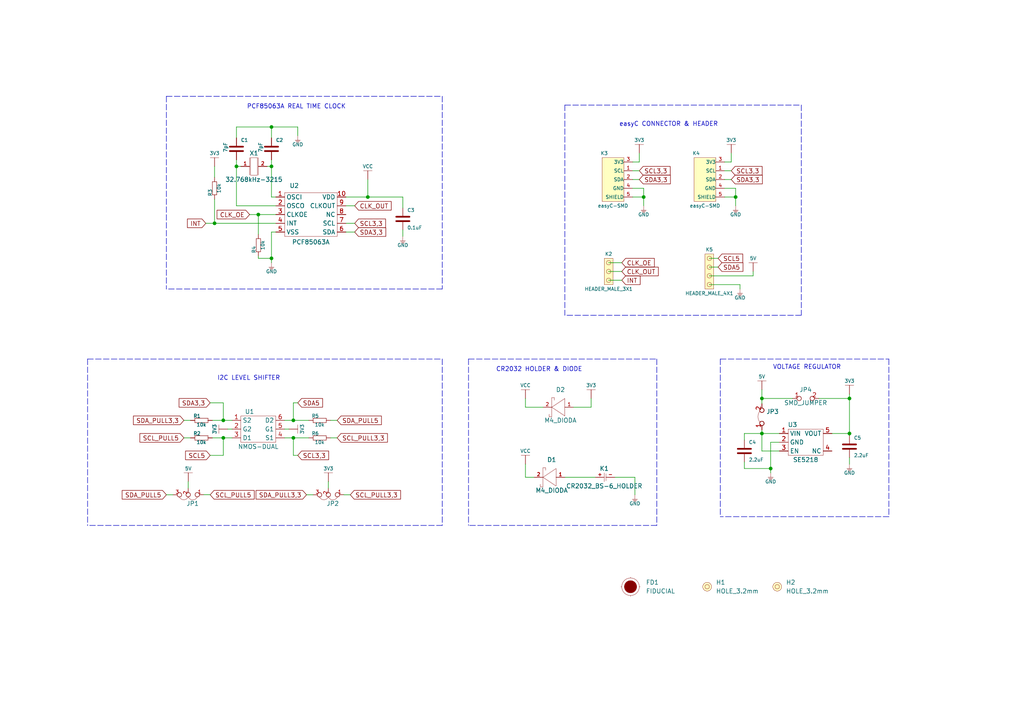
<source format=kicad_sch>
(kicad_sch (version 20210621) (generator eeschema)

  (uuid 57e67766-2bb3-4c7e-9be2-620cfbe85aeb)

  (paper "A4")

  (title_block
    (title "Real time clock PCF85063A")
    (date "2021-06-11")
    (rev "V1.1.1.")
    (company "SOLDERED")
    (comment 1 "333051")
  )

  (lib_symbols
    (symbol "e-radionica.com schematics:0603C" (pin_numbers hide) (pin_names (offset 0.002)) (in_bom yes) (on_board yes)
      (property "Reference" "C" (id 0) (at -0.635 3.175 0)
        (effects (font (size 1 1)))
      )
      (property "Value" "0603C" (id 1) (at 0 -3.175 0)
        (effects (font (size 1 1)))
      )
      (property "Footprint" "e-radionica.com footprinti:0603C" (id 2) (at 0 0 0)
        (effects (font (size 1 1)) hide)
      )
      (property "Datasheet" "" (id 3) (at 0 0 0)
        (effects (font (size 1 1)) hide)
      )
      (symbol "0603C_0_1"
        (polyline
          (pts
            (xy -0.635 1.905)
            (xy -0.635 -1.905)
          )
          (stroke (width 0.5)) (fill (type none))
        )
        (polyline
          (pts
            (xy 0.635 1.905)
            (xy 0.635 -1.905)
          )
          (stroke (width 0.5)) (fill (type none))
        )
      )
      (symbol "0603C_1_1"
        (pin passive line (at -3.175 0 0) (length 2.54)
          (name "~" (effects (font (size 1.27 1.27))))
          (number "1" (effects (font (size 1.27 1.27))))
        )
        (pin passive line (at 3.175 0 180) (length 2.54)
          (name "~" (effects (font (size 1.27 1.27))))
          (number "2" (effects (font (size 1.27 1.27))))
        )
      )
    )
    (symbol "e-radionica.com schematics:0603R" (pin_numbers hide) (pin_names (offset 0.254)) (in_bom yes) (on_board yes)
      (property "Reference" "R" (id 0) (at -1.905 1.905 0)
        (effects (font (size 1 1)))
      )
      (property "Value" "0603R" (id 1) (at 0 -1.905 0)
        (effects (font (size 1 1)))
      )
      (property "Footprint" "e-radionica.com footprinti:0603R" (id 2) (at -0.635 1.905 0)
        (effects (font (size 1 1)) hide)
      )
      (property "Datasheet" "" (id 3) (at -0.635 1.905 0)
        (effects (font (size 1 1)) hide)
      )
      (symbol "0603R_0_1"
        (rectangle (start -1.905 -0.635) (end 1.905 -0.6604)
          (stroke (width 0.1)) (fill (type none))
        )
        (rectangle (start -1.905 0.635) (end -1.8796 -0.635)
          (stroke (width 0.1)) (fill (type none))
        )
        (rectangle (start -1.905 0.635) (end 1.905 0.6096)
          (stroke (width 0.1)) (fill (type none))
        )
        (rectangle (start 1.905 0.635) (end 1.9304 -0.635)
          (stroke (width 0.1)) (fill (type none))
        )
      )
      (symbol "0603R_1_1"
        (pin passive line (at -3.175 0 0) (length 1.27)
          (name "~" (effects (font (size 1.27 1.27))))
          (number "1" (effects (font (size 1.27 1.27))))
        )
        (pin passive line (at 3.175 0 180) (length 1.27)
          (name "~" (effects (font (size 1.27 1.27))))
          (number "2" (effects (font (size 1.27 1.27))))
        )
      )
    )
    (symbol "e-radionica.com schematics:3V3" (power) (pin_names (offset 0)) (in_bom yes) (on_board yes)
      (property "Reference" "#PWR" (id 0) (at 4.445 0 0)
        (effects (font (size 1 1)) hide)
      )
      (property "Value" "3V3" (id 1) (at 0 3.556 0)
        (effects (font (size 1 1)))
      )
      (property "Footprint" "" (id 2) (at 4.445 3.81 0)
        (effects (font (size 1 1)) hide)
      )
      (property "Datasheet" "" (id 3) (at 4.445 3.81 0)
        (effects (font (size 1 1)) hide)
      )
      (property "ki_keywords" "power-flag" (id 4) (at 0 0 0)
        (effects (font (size 1.27 1.27)) hide)
      )
      (property "ki_description" "Power symbol creates a global label with name \"+3V3\"" (id 5) (at 0 0 0)
        (effects (font (size 1.27 1.27)) hide)
      )
      (symbol "3V3_0_1"
        (polyline
          (pts
            (xy -1.27 2.54)
            (xy 1.27 2.54)
          )
          (stroke (width 0.0006)) (fill (type none))
        )
        (polyline
          (pts
            (xy 0 0)
            (xy 0 2.54)
          )
          (stroke (width 0)) (fill (type none))
        )
      )
      (symbol "3V3_1_1"
        (pin power_in line (at 0 0 90) (length 0) hide
          (name "3V3" (effects (font (size 1.27 1.27))))
          (number "1" (effects (font (size 1.27 1.27))))
        )
      )
    )
    (symbol "e-radionica.com schematics:5V" (power) (pin_names (offset 0)) (in_bom yes) (on_board yes)
      (property "Reference" "#PWR" (id 0) (at 4.445 0 0)
        (effects (font (size 1 1)) hide)
      )
      (property "Value" "5V" (id 1) (at 0 3.556 0)
        (effects (font (size 1 1)))
      )
      (property "Footprint" "" (id 2) (at 4.445 3.81 0)
        (effects (font (size 1 1)) hide)
      )
      (property "Datasheet" "" (id 3) (at 4.445 3.81 0)
        (effects (font (size 1 1)) hide)
      )
      (property "ki_keywords" "power-flag" (id 4) (at 0 0 0)
        (effects (font (size 1.27 1.27)) hide)
      )
      (property "ki_description" "Power symbol creates a global label with name \"+3V3\"" (id 5) (at 0 0 0)
        (effects (font (size 1.27 1.27)) hide)
      )
      (symbol "5V_0_1"
        (polyline
          (pts
            (xy -1.27 2.54)
            (xy 1.27 2.54)
          )
          (stroke (width 0.0006)) (fill (type none))
        )
        (polyline
          (pts
            (xy 0 0)
            (xy 0 2.54)
          )
          (stroke (width 0)) (fill (type none))
        )
      )
      (symbol "5V_1_1"
        (pin power_in line (at 0 0 90) (length 0) hide
          (name "5V" (effects (font (size 1.27 1.27))))
          (number "1" (effects (font (size 1.27 1.27))))
        )
      )
    )
    (symbol "e-radionica.com schematics:CR2032_BS-6_HOLDER" (in_bom yes) (on_board yes)
      (property "Reference" "K" (id 0) (at 0 2.54 0)
        (effects (font (size 1.27 1.27)))
      )
      (property "Value" "CR2032_BS-6_HOLDER" (id 1) (at 0 -2.54 0)
        (effects (font (size 1.27 1.27)))
      )
      (property "Footprint" "e-radionica.com footprinti:CR2032-BS-6-1" (id 2) (at 0 -5.08 0)
        (effects (font (size 1.27 1.27)) hide)
      )
      (property "Datasheet" "" (id 3) (at 0 0 0)
        (effects (font (size 1.27 1.27)) hide)
      )
      (symbol "CR2032_BS-6_HOLDER_0_1"
        (polyline
          (pts
            (xy 0 -1.27)
            (xy 0 1.27)
            (xy 0 -0.762)
          )
          (stroke (width 0.0006)) (fill (type none))
        )
        (polyline
          (pts
            (xy 0.508 1.016)
            (xy 0.508 -1.016)
            (xy 0.508 -0.762)
          )
          (stroke (width 0.0006)) (fill (type none))
        )
      )
      (symbol "CR2032_BS-6_HOLDER_1_1"
        (pin input line (at -2.54 0 0) (length 2.54)
          (name "" (effects (font (size 1 1))))
          (number "+" (effects (font (size 1 1))))
        )
        (pin output line (at 3.048 0 180) (length 2.54)
          (name "" (effects (font (size 1 1))))
          (number "-" (effects (font (size 1 1))))
        )
      )
    )
    (symbol "e-radionica.com schematics:FIDUCIAL" (in_bom no) (on_board yes)
      (property "Reference" "FD" (id 0) (at 0 3.81 0)
        (effects (font (size 1.27 1.27)))
      )
      (property "Value" "FIDUCIAL" (id 1) (at 0 -3.81 0)
        (effects (font (size 1.27 1.27)))
      )
      (property "Footprint" "e-radionica.com footprinti:FIDUCIAL_23" (id 2) (at 0.254 -5.334 0)
        (effects (font (size 1.27 1.27)) hide)
      )
      (property "Datasheet" "" (id 3) (at 0 0 0)
        (effects (font (size 1.27 1.27)) hide)
      )
      (symbol "FIDUCIAL_0_1"
        (circle (center 0 0) (radius 2.54) (stroke (width 0.0006)) (fill (type none)))
        (circle (center 0 0) (radius 1.7961) (stroke (width 0.001)) (fill (type outline)))
        (polyline
          (pts
            (xy -2.54 0)
            (xy -2.794 0)
          )
          (stroke (width 0.0006)) (fill (type none))
        )
        (polyline
          (pts
            (xy 0 -2.54)
            (xy 0 -2.794)
          )
          (stroke (width 0.0006)) (fill (type none))
        )
        (polyline
          (pts
            (xy 0 2.54)
            (xy 0 2.794)
          )
          (stroke (width 0.0006)) (fill (type none))
        )
        (polyline
          (pts
            (xy 2.54 0)
            (xy 2.794 0)
          )
          (stroke (width 0.0006)) (fill (type none))
        )
      )
    )
    (symbol "e-radionica.com schematics:GND" (power) (pin_names (offset 0)) (in_bom yes) (on_board yes)
      (property "Reference" "#PWR" (id 0) (at 4.445 0 0)
        (effects (font (size 1 1)) hide)
      )
      (property "Value" "GND" (id 1) (at 0 -2.921 0)
        (effects (font (size 1 1)))
      )
      (property "Footprint" "" (id 2) (at 4.445 3.81 0)
        (effects (font (size 1 1)) hide)
      )
      (property "Datasheet" "" (id 3) (at 4.445 3.81 0)
        (effects (font (size 1 1)) hide)
      )
      (property "ki_keywords" "power-flag" (id 4) (at 0 0 0)
        (effects (font (size 1.27 1.27)) hide)
      )
      (property "ki_description" "Power symbol creates a global label with name \"+3V3\"" (id 5) (at 0 0 0)
        (effects (font (size 1.27 1.27)) hide)
      )
      (symbol "GND_0_1"
        (polyline
          (pts
            (xy -0.762 -1.27)
            (xy 0.762 -1.27)
          )
          (stroke (width 0.0006)) (fill (type none))
        )
        (polyline
          (pts
            (xy -0.635 -1.524)
            (xy 0.635 -1.524)
          )
          (stroke (width 0.0006)) (fill (type none))
        )
        (polyline
          (pts
            (xy -0.381 -1.778)
            (xy 0.381 -1.778)
          )
          (stroke (width 0.0006)) (fill (type none))
        )
        (polyline
          (pts
            (xy -0.127 -2.032)
            (xy 0.127 -2.032)
          )
          (stroke (width 0.0006)) (fill (type none))
        )
        (polyline
          (pts
            (xy 0 0)
            (xy 0 -1.27)
          )
          (stroke (width 0.0006)) (fill (type none))
        )
      )
      (symbol "GND_1_1"
        (pin power_in line (at 0 0 270) (length 0) hide
          (name "GND" (effects (font (size 1.27 1.27))))
          (number "1" (effects (font (size 1.27 1.27))))
        )
      )
    )
    (symbol "e-radionica.com schematics:HEADER_MALE_3X1" (pin_numbers hide) (pin_names hide) (in_bom yes) (on_board yes)
      (property "Reference" "K" (id 0) (at -0.635 5.08 0)
        (effects (font (size 1 1)))
      )
      (property "Value" "HEADER_MALE_3X1" (id 1) (at 0 -5.08 0)
        (effects (font (size 1 1)))
      )
      (property "Footprint" "e-radionica.com footprinti:HEADER_MALE_3X1" (id 2) (at 0 -7.62 0)
        (effects (font (size 1 1)) hide)
      )
      (property "Datasheet" "" (id 3) (at 0 -2.54 0)
        (effects (font (size 1 1)) hide)
      )
      (symbol "HEADER_MALE_3X1_0_1"
        (circle (center 0 -2.54) (radius 0.635) (stroke (width 0.0006)) (fill (type none)))
        (circle (center 0 0) (radius 0.635) (stroke (width 0.0006)) (fill (type none)))
        (circle (center 0 2.54) (radius 0.635) (stroke (width 0.0006)) (fill (type none)))
        (rectangle (start 1.27 -3.81) (end -1.27 3.81)
          (stroke (width 0.001)) (fill (type background))
        )
      )
      (symbol "HEADER_MALE_3X1_1_1"
        (pin passive line (at 0 -2.54 180) (length 0)
          (name "~" (effects (font (size 1 1))))
          (number "1" (effects (font (size 1 1))))
        )
        (pin passive line (at 0 0 180) (length 0)
          (name "~" (effects (font (size 1 1))))
          (number "2" (effects (font (size 1 1))))
        )
        (pin passive line (at 0 2.54 180) (length 0)
          (name "~" (effects (font (size 1 1))))
          (number "3" (effects (font (size 1 1))))
        )
      )
    )
    (symbol "e-radionica.com schematics:HEADER_MALE_4X1" (pin_numbers hide) (pin_names hide) (in_bom yes) (on_board yes)
      (property "Reference" "K" (id 0) (at -0.635 7.62 0)
        (effects (font (size 1 1)))
      )
      (property "Value" "HEADER_MALE_4X1" (id 1) (at 0 -5.08 0)
        (effects (font (size 1 1)))
      )
      (property "Footprint" "e-radionica.com footprinti:HEADER_MALE_4X1" (id 2) (at 0 -2.54 0)
        (effects (font (size 1 1)) hide)
      )
      (property "Datasheet" "" (id 3) (at 0 -2.54 0)
        (effects (font (size 1 1)) hide)
      )
      (symbol "HEADER_MALE_4X1_0_1"
        (circle (center 0 -2.54) (radius 0.635) (stroke (width 0.0006)) (fill (type none)))
        (circle (center 0 0) (radius 0.635) (stroke (width 0.0006)) (fill (type none)))
        (circle (center 0 2.54) (radius 0.635) (stroke (width 0.0006)) (fill (type none)))
        (circle (center 0 5.08) (radius 0.635) (stroke (width 0.0006)) (fill (type none)))
        (rectangle (start 1.27 -3.81) (end -1.27 6.35)
          (stroke (width 0.001)) (fill (type background))
        )
      )
      (symbol "HEADER_MALE_4X1_1_1"
        (pin passive line (at 0 -2.54 180) (length 0)
          (name "~" (effects (font (size 1 1))))
          (number "1" (effects (font (size 1 1))))
        )
        (pin passive line (at 0 0 180) (length 0)
          (name "~" (effects (font (size 1 1))))
          (number "2" (effects (font (size 1 1))))
        )
        (pin passive line (at 0 2.54 180) (length 0)
          (name "~" (effects (font (size 1 1))))
          (number "3" (effects (font (size 1 1))))
        )
        (pin passive line (at 0 5.08 180) (length 0)
          (name "~" (effects (font (size 1 1))))
          (number "4" (effects (font (size 1 1))))
        )
      )
    )
    (symbol "e-radionica.com schematics:HOLE_3.2mm" (pin_numbers hide) (pin_names hide) (in_bom yes) (on_board yes)
      (property "Reference" "H" (id 0) (at 0 2.54 0)
        (effects (font (size 1.27 1.27)))
      )
      (property "Value" "HOLE_3.2mm" (id 1) (at 0 -2.54 0)
        (effects (font (size 1.27 1.27)))
      )
      (property "Footprint" "e-radionica.com footprinti:HOLE_3.2mm" (id 2) (at 0 0 0)
        (effects (font (size 1.27 1.27)) hide)
      )
      (property "Datasheet" "" (id 3) (at 0 0 0)
        (effects (font (size 1.27 1.27)) hide)
      )
      (symbol "HOLE_3.2mm_0_1"
        (circle (center 0 0) (radius 0.635) (stroke (width 0.0006)) (fill (type none)))
        (circle (center 0 0) (radius 1.27) (stroke (width 0.001)) (fill (type background)))
      )
    )
    (symbol "e-radionica.com schematics:KRISTAL_3215" (in_bom yes) (on_board yes)
      (property "Reference" "X" (id 0) (at 0 3.556 0)
        (effects (font (size 1.27 1.27)))
      )
      (property "Value" "KRISTAL_3215" (id 1) (at 0 -3.556 0)
        (effects (font (size 1.27 1.27)))
      )
      (property "Footprint" "e-radionica.com footprinti:KRISTAL_3215" (id 2) (at 0 -5 0)
        (effects (font (size 1.27 1.27)) hide)
      )
      (property "Datasheet" "" (id 3) (at 0 0 0)
        (effects (font (size 1.27 1.27)) hide)
      )
      (symbol "KRISTAL_3215_0_1"
        (polyline
          (pts
            (xy -1.27 2.54)
            (xy -1.27 -2.54)
          )
          (stroke (width 0.0006)) (fill (type none))
        )
        (polyline
          (pts
            (xy 1.27 2.54)
            (xy 1.27 -2.54)
            (xy 1.27 -1.27)
          )
          (stroke (width 0.0006)) (fill (type none))
        )
        (polyline
          (pts
            (xy -1.016 2.54)
            (xy -1.016 -2.54)
            (xy 1.016 -2.54)
            (xy 1.016 2.54)
            (xy -1.016 2.54)
            (xy 0.762 2.54)
          )
          (stroke (width 0.0006)) (fill (type none))
        )
      )
      (symbol "KRISTAL_3215_1_1"
        (pin passive line (at -3.81 0 0) (length 2.54)
          (name "~" (effects (font (size 1 1))))
          (number "1" (effects (font (size 1 1))))
        )
        (pin passive line (at 3.81 0 180) (length 2.54)
          (name "~" (effects (font (size 1 1))))
          (number "2" (effects (font (size 1 1))))
        )
      )
    )
    (symbol "e-radionica.com schematics:M4_DIODA" (pin_names hide) (in_bom yes) (on_board yes)
      (property "Reference" "D" (id 0) (at 0 3.81 0)
        (effects (font (size 1.27 1.27)))
      )
      (property "Value" "M4_DIODA" (id 1) (at 0 -4.572 0)
        (effects (font (size 1.27 1.27)))
      )
      (property "Footprint" "e-radionica.com footprinti:M4_DIODA" (id 2) (at 0 -6.35 0)
        (effects (font (size 1.27 1.27)) hide)
      )
      (property "Datasheet" "" (id 3) (at 0 0 0)
        (effects (font (size 1.27 1.27)) hide)
      )
      (symbol "M4_DIODA_0_1"
        (polyline
          (pts
            (xy -2.54 2.54)
            (xy -2.54 -2.54)
            (xy 1.27 0)
            (xy -2.54 2.54)
          )
          (stroke (width 0.0006)) (fill (type none))
        )
        (polyline
          (pts
            (xy 1.27 2.794)
            (xy 1.27 -2.794)
            (xy 0.508 -2.794)
            (xy 0.508 -2.032)
          )
          (stroke (width 0.0006)) (fill (type none))
        )
        (polyline
          (pts
            (xy 1.27 2.794)
            (xy 2.032 2.794)
            (xy 2.032 2.032)
            (xy 2.032 2.54)
          )
          (stroke (width 0.0006)) (fill (type none))
        )
      )
      (symbol "M4_DIODA_1_1"
        (pin passive line (at -5.08 0 0) (length 2.54)
          (name "A" (effects (font (size 1 1))))
          (number "1" (effects (font (size 1 1))))
        )
        (pin passive line (at 3.81 0 180) (length 2.54)
          (name "K" (effects (font (size 1 1))))
          (number "2" (effects (font (size 1 1))))
        )
      )
    )
    (symbol "e-radionica.com schematics:NMOS-DUAL" (in_bom yes) (on_board yes)
      (property "Reference" "U" (id 0) (at -3.81 5.08 0)
        (effects (font (size 1.27 1.27)))
      )
      (property "Value" "NMOS-DUAL" (id 1) (at 0 -5.08 0)
        (effects (font (size 1.27 1.27)))
      )
      (property "Footprint" "e-radionica.com footprinti:SOT-363" (id 2) (at 0 -7.62 0)
        (effects (font (size 1.27 1.27)) hide)
      )
      (property "Datasheet" "" (id 3) (at 0 -2.54 0)
        (effects (font (size 1.27 1.27)) hide)
      )
      (symbol "NMOS-DUAL_0_1"
        (rectangle (start -5.08 3.81) (end 5.08 -3.81)
          (stroke (width 0.0006)) (fill (type none))
        )
      )
      (symbol "NMOS-DUAL_1_1"
        (pin input line (at -7.62 2.54 0) (length 2.54)
          (name "S2" (effects (font (size 1.27 1.27))))
          (number "1" (effects (font (size 1.27 1.27))))
        )
        (pin input line (at -7.62 0 0) (length 2.54)
          (name "G2" (effects (font (size 1.27 1.27))))
          (number "2" (effects (font (size 1.27 1.27))))
        )
        (pin input line (at -7.62 -2.54 0) (length 2.54)
          (name "D1" (effects (font (size 1.27 1.27))))
          (number "3" (effects (font (size 1.27 1.27))))
        )
        (pin input line (at 7.62 -2.54 180) (length 2.54)
          (name "S1" (effects (font (size 1.27 1.27))))
          (number "4" (effects (font (size 1.27 1.27))))
        )
        (pin input line (at 7.62 0 180) (length 2.54)
          (name "G1" (effects (font (size 1.27 1.27))))
          (number "5" (effects (font (size 1.27 1.27))))
        )
        (pin input line (at 7.62 2.54 180) (length 2.54)
          (name "D2" (effects (font (size 1.27 1.27))))
          (number "6" (effects (font (size 1.27 1.27))))
        )
      )
    )
    (symbol "e-radionica.com schematics:PCF85063A" (in_bom yes) (on_board yes)
      (property "Reference" "U" (id 0) (at -6.35 7.62 0)
        (effects (font (size 1.27 1.27)))
      )
      (property "Value" "PCF85063A" (id 1) (at 0 -7.62 0)
        (effects (font (size 1.27 1.27)))
      )
      (property "Footprint" "e-radionica.com footprinti:PCF85063A" (id 2) (at 0 -10.16 0)
        (effects (font (size 1.27 1.27)) hide)
      )
      (property "Datasheet" "" (id 3) (at -6.35 2.54 0)
        (effects (font (size 1.27 1.27)) hide)
      )
      (symbol "PCF85063A_0_1"
        (rectangle (start -7.62 6.35) (end 7.62 -6.35)
          (stroke (width 0.0006)) (fill (type none))
        )
      )
      (symbol "PCF85063A_1_1"
        (pin passive line (at -10.16 5.08 0) (length 2.54)
          (name "OSCI" (effects (font (size 1.27 1.27))))
          (number "1" (effects (font (size 1.27 1.27))))
        )
        (pin passive line (at 10.16 5.08 180) (length 2.54)
          (name "VDD" (effects (font (size 1.27 1.27))))
          (number "10" (effects (font (size 1.27 1.27))))
        )
        (pin passive line (at -10.16 2.54 0) (length 2.54)
          (name "OSCO" (effects (font (size 1.27 1.27))))
          (number "2" (effects (font (size 1.27 1.27))))
        )
        (pin passive line (at -10.16 0 0) (length 2.54)
          (name "CLKOE" (effects (font (size 1.27 1.27))))
          (number "3" (effects (font (size 1.27 1.27))))
        )
        (pin passive line (at -10.16 -2.54 0) (length 2.54)
          (name "INT" (effects (font (size 1.27 1.27))))
          (number "4" (effects (font (size 1.27 1.27))))
        )
        (pin passive line (at -10.16 -5.08 0) (length 2.54)
          (name "VSS" (effects (font (size 1.27 1.27))))
          (number "5" (effects (font (size 1.27 1.27))))
        )
        (pin passive line (at 10.16 -5.08 180) (length 2.54)
          (name "SDA" (effects (font (size 1.27 1.27))))
          (number "6" (effects (font (size 1.27 1.27))))
        )
        (pin passive line (at 10.16 -2.54 180) (length 2.54)
          (name "SCL" (effects (font (size 1.27 1.27))))
          (number "7" (effects (font (size 1.27 1.27))))
        )
        (pin passive line (at 10.16 0 180) (length 2.54)
          (name "NC" (effects (font (size 1.27 1.27))))
          (number "8" (effects (font (size 1.27 1.27))))
        )
        (pin passive line (at 10.16 2.54 180) (length 2.54)
          (name "CLKOUT" (effects (font (size 1.27 1.27))))
          (number "9" (effects (font (size 1.27 1.27))))
        )
      )
    )
    (symbol "e-radionica.com schematics:SE5218" (in_bom yes) (on_board yes)
      (property "Reference" "U" (id 0) (at -3.81 5.08 0)
        (effects (font (size 1.27 1.27)))
      )
      (property "Value" "SE5218" (id 1) (at 0 -5.08 0)
        (effects (font (size 1.27 1.27)))
      )
      (property "Footprint" "e-radionica.com footprinti:SOT-23-5" (id 2) (at 0 0 0)
        (effects (font (size 1.27 1.27)) hide)
      )
      (property "Datasheet" "" (id 3) (at 0 0 0)
        (effects (font (size 1.27 1.27)) hide)
      )
      (symbol "SE5218_0_1"
        (rectangle (start -5.08 3.81) (end 5.08 -3.81)
          (stroke (width 0.0006)) (fill (type none))
        )
      )
      (symbol "SE5218_1_1"
        (pin power_in line (at -7.62 2.54 0) (length 2.54)
          (name "VIN" (effects (font (size 1.27 1.27))))
          (number "1" (effects (font (size 1.27 1.27))))
        )
        (pin power_in line (at -7.62 0 0) (length 2.54)
          (name "GND" (effects (font (size 1.27 1.27))))
          (number "2" (effects (font (size 1.27 1.27))))
        )
        (pin input line (at -7.62 -2.54 0) (length 2.54)
          (name "EN" (effects (font (size 1.27 1.27))))
          (number "3" (effects (font (size 1.27 1.27))))
        )
        (pin passive line (at 7.62 -2.54 180) (length 2.54)
          (name "NC" (effects (font (size 1.27 1.27))))
          (number "4" (effects (font (size 1.27 1.27))))
        )
        (pin power_out line (at 7.62 2.54 180) (length 2.54)
          (name "VOUT" (effects (font (size 1.27 1.27))))
          (number "5" (effects (font (size 1.27 1.27))))
        )
      )
    )
    (symbol "e-radionica.com schematics:SMD-JUMPER-CONNECTED_TRACE_SLODERMASK" (in_bom yes) (on_board yes)
      (property "Reference" "JP" (id 0) (at 0 3.556 0)
        (effects (font (size 1.27 1.27)))
      )
      (property "Value" "SMD-JUMPER-CONNECTED_TRACE_SLODERMASK" (id 1) (at 0 -2.54 0)
        (effects (font (size 1.27 1.27)))
      )
      (property "Footprint" "e-radionica.com footprinti:SMD-JUMPER-CONNECTED_TRACE_SLODERMASK" (id 2) (at 0 -5.715 0)
        (effects (font (size 1.27 1.27)) hide)
      )
      (property "Datasheet" "" (id 3) (at 0 0 0)
        (effects (font (size 1.27 1.27)) hide)
      )
      (symbol "SMD-JUMPER-CONNECTED_TRACE_SLODERMASK_0_1"
        (arc (start -1.8034 0.5588) (end 1.397 0.5842) (radius (at -0.1875 -1.4124) (length 2.5489) (angles 129.3 51.6))
          (stroke (width 0.0006)) (fill (type none))
        )
      )
      (symbol "SMD-JUMPER-CONNECTED_TRACE_SLODERMASK_1_1"
        (pin passive inverted (at -4.064 0 0) (length 2.54)
          (name "" (effects (font (size 1.27 1.27))))
          (number "1" (effects (font (size 1.27 1.27))))
        )
        (pin passive inverted (at 3.556 0 180) (length 2.54)
          (name "" (effects (font (size 1.27 1.27))))
          (number "2" (effects (font (size 1.27 1.27))))
        )
      )
    )
    (symbol "e-radionica.com schematics:SMD_JUMPER" (in_bom yes) (on_board yes)
      (property "Reference" "JP" (id 0) (at 0 1.397 0)
        (effects (font (size 1.27 1.27)))
      )
      (property "Value" "SMD_JUMPER" (id 1) (at 0.508 -3.048 0)
        (effects (font (size 1.27 1.27)))
      )
      (property "Footprint" "e-radionica.com footprinti:SMD_JUMPER" (id 2) (at 0 0 0)
        (effects (font (size 1.27 1.27)) hide)
      )
      (property "Datasheet" "" (id 3) (at 0 0 0)
        (effects (font (size 1.27 1.27)) hide)
      )
      (symbol "SMD_JUMPER_1_1"
        (pin passive inverted (at -3.81 0 0) (length 2.54)
          (name "" (effects (font (size 1.27 1.27))))
          (number "1" (effects (font (size 1.27 1.27))))
        )
        (pin passive inverted (at 3.81 0 180) (length 2.54)
          (name "" (effects (font (size 1.27 1.27))))
          (number "2" (effects (font (size 1.27 1.27))))
        )
      )
    )
    (symbol "e-radionica.com schematics:SMD_JUMPER_3_PAD_TRACE" (in_bom yes) (on_board yes)
      (property "Reference" "JP" (id 0) (at 0.0254 5.461 0)
        (effects (font (size 1.27 1.27)))
      )
      (property "Value" "SMD_JUMPER_3_PAD_TRACE" (id 1) (at 0.3048 -4.572 0)
        (effects (font (size 1.27 1.27)))
      )
      (property "Footprint" "e-radionica.com footprinti:SMD_JUMPER_3_PAD_TRACE" (id 2) (at 0 -1.27 0)
        (effects (font (size 1.27 1.27)) hide)
      )
      (property "Datasheet" "" (id 3) (at 0 0 0)
        (effects (font (size 1.27 1.27)) hide)
      )
      (symbol "SMD_JUMPER_3_PAD_TRACE_0_1"
        (arc (start -2.6162 0.6096) (end 0 0.5842) (radius (at -1.3133 0.057) (length 1.4152) (angles 157 21.9))
          (stroke (width 0.0006)) (fill (type none))
        )
        (arc (start 0 0.6096) (end 2.5908 0.6604) (radius (at 1.308 -0.0085) (length 1.4467) (angles 154.7 27.5))
          (stroke (width 0.0006)) (fill (type none))
        )
      )
      (symbol "SMD_JUMPER_3_PAD_TRACE_1_1"
        (pin passive inverted (at -4.5212 -0.0254 0) (length 2.54)
          (name "" (effects (font (size 1 1))))
          (number "1" (effects (font (size 1 1))))
        )
        (pin passive inverted (at 0.0254 -1.9304 90) (length 2.54)
          (name "" (effects (font (size 1 1))))
          (number "2" (effects (font (size 1 1))))
        )
        (pin passive inverted (at 4.4704 0 180) (length 2.54)
          (name "" (effects (font (size 1 1))))
          (number "3" (effects (font (size 1 1))))
        )
      )
    )
    (symbol "e-radionica.com schematics:VCC" (power) (pin_names (offset 0)) (in_bom yes) (on_board yes)
      (property "Reference" "#PWR" (id 0) (at 4.445 0 0)
        (effects (font (size 1 1)) hide)
      )
      (property "Value" "VCC" (id 1) (at 0 3.556 0)
        (effects (font (size 1 1)))
      )
      (property "Footprint" "" (id 2) (at 4.445 3.81 0)
        (effects (font (size 1 1)) hide)
      )
      (property "Datasheet" "" (id 3) (at 4.445 3.81 0)
        (effects (font (size 1 1)) hide)
      )
      (property "ki_keywords" "power-flag" (id 4) (at 0 0 0)
        (effects (font (size 1.27 1.27)) hide)
      )
      (property "ki_description" "Power symbol creates a global label with name \"+3V3\"" (id 5) (at 0 0 0)
        (effects (font (size 1.27 1.27)) hide)
      )
      (symbol "VCC_0_1"
        (polyline
          (pts
            (xy -1.27 2.54)
            (xy 1.27 2.54)
          )
          (stroke (width 0.0006)) (fill (type none))
        )
        (polyline
          (pts
            (xy 0 0)
            (xy 0 2.54)
          )
          (stroke (width 0)) (fill (type none))
        )
      )
      (symbol "VCC_1_1"
        (pin power_in line (at 0 0 90) (length 0) hide
          (name "VCC" (effects (font (size 1.27 1.27))))
          (number "1" (effects (font (size 1.27 1.27))))
        )
      )
    )
    (symbol "e-radionica.com schematics:easyC-SMD" (pin_names (offset 0.002)) (in_bom yes) (on_board yes)
      (property "Reference" "K" (id 0) (at -2.54 10.16 0)
        (effects (font (size 1 1)))
      )
      (property "Value" "easyC-SMD" (id 1) (at 0 -5.08 0)
        (effects (font (size 1 1)))
      )
      (property "Footprint" "e-radionica.com footprinti:easyC-connector" (id 2) (at 3.175 2.54 0)
        (effects (font (size 1 1)) hide)
      )
      (property "Datasheet" "" (id 3) (at 3.175 2.54 0)
        (effects (font (size 1 1)) hide)
      )
      (symbol "easyC-SMD_0_1"
        (rectangle (start -3.175 8.89) (end 3.175 -3.81)
          (stroke (width 0.001)) (fill (type background))
        )
      )
      (symbol "easyC-SMD_1_1"
        (pin passive line (at 5.715 5.08 180) (length 2.54)
          (name "SCL" (effects (font (size 1 1))))
          (number "1" (effects (font (size 1 1))))
        )
        (pin passive line (at 5.715 2.54 180) (length 2.54)
          (name "SDA" (effects (font (size 1 1))))
          (number "2" (effects (font (size 1 1))))
        )
        (pin passive line (at 5.715 7.62 180) (length 2.54)
          (name "3V3" (effects (font (size 1 1))))
          (number "3" (effects (font (size 1 1))))
        )
        (pin passive line (at 5.715 0 180) (length 2.54)
          (name "GND" (effects (font (size 1 1))))
          (number "4" (effects (font (size 1 1))))
        )
        (pin passive line (at 5.715 -2.54 180) (length 2.54)
          (name "SHIELD" (effects (font (size 1 1))))
          (number "5" (effects (font (size 1 1))))
        )
      )
    )
  )

  (junction (at 62.23 64.77) (diameter 0.9144) (color 0 0 0 0))
  (junction (at 64.77 121.92) (diameter 0.9144) (color 0 0 0 0))
  (junction (at 64.77 127) (diameter 0.9144) (color 0 0 0 0))
  (junction (at 68.58 48.26) (diameter 0.9144) (color 0 0 0 0))
  (junction (at 74.93 62.23) (diameter 0.9144) (color 0 0 0 0))
  (junction (at 78.74 36.83) (diameter 0.9144) (color 0 0 0 0))
  (junction (at 78.74 48.26) (diameter 0.9144) (color 0 0 0 0))
  (junction (at 78.74 74.93) (diameter 0.9144) (color 0 0 0 0))
  (junction (at 85.09 121.92) (diameter 0.9144) (color 0 0 0 0))
  (junction (at 85.09 127) (diameter 0.9144) (color 0 0 0 0))
  (junction (at 106.68 57.15) (diameter 0.9144) (color 0 0 0 0))
  (junction (at 186.69 57.15) (diameter 0.9144) (color 0 0 0 0))
  (junction (at 213.36 57.15) (diameter 0.9144) (color 0 0 0 0))
  (junction (at 220.98 115.57) (diameter 0.9144) (color 0 0 0 0))
  (junction (at 220.98 125.73) (diameter 0.9144) (color 0 0 0 0))
  (junction (at 223.52 135.89) (diameter 0.9144) (color 0 0 0 0))
  (junction (at 246.38 115.57) (diameter 0.9144) (color 0 0 0 0))
  (junction (at 246.38 125.73) (diameter 0.9144) (color 0 0 0 0))

  (wire (pts (xy 48.26 143.51) (xy 50.1396 143.51))
    (stroke (width 0) (type solid) (color 0 0 0 0))
    (uuid 6cd8dadf-d107-4835-8586-2c89e321d97d)
  )
  (wire (pts (xy 53.34 121.92) (xy 55.245 121.92))
    (stroke (width 0) (type solid) (color 0 0 0 0))
    (uuid 7b2b3e77-a950-486a-a3d3-52ba928334a0)
  )
  (wire (pts (xy 53.34 127) (xy 55.245 127))
    (stroke (width 0) (type solid) (color 0 0 0 0))
    (uuid 74b3e50f-4b4b-4036-9588-c5fd5ea8a236)
  )
  (wire (pts (xy 54.5846 139.7) (xy 54.61 139.7))
    (stroke (width 0) (type solid) (color 0 0 0 0))
    (uuid 50e9f57a-ea7b-4478-bd6e-7186bbee1150)
  )
  (wire (pts (xy 54.5846 141.5796) (xy 54.5846 139.7))
    (stroke (width 0) (type solid) (color 0 0 0 0))
    (uuid df128d23-48d5-4d73-b9fc-8da7dbf4ca12)
  )
  (wire (pts (xy 59.1312 143.4846) (xy 60.96 143.4846))
    (stroke (width 0) (type solid) (color 0 0 0 0))
    (uuid d571e01a-628c-470a-82ec-2b1ef202219d)
  )
  (wire (pts (xy 59.69 64.77) (xy 62.23 64.77))
    (stroke (width 0) (type solid) (color 0 0 0 0))
    (uuid 68f682d6-1141-4f33-ac88-69d823f82b87)
  )
  (wire (pts (xy 60.96 116.84) (xy 64.77 116.84))
    (stroke (width 0) (type solid) (color 0 0 0 0))
    (uuid 5b099973-9642-4db1-82f6-0000e9a20881)
  )
  (wire (pts (xy 60.96 132.08) (xy 64.77 132.08))
    (stroke (width 0) (type solid) (color 0 0 0 0))
    (uuid c1382126-e51d-4745-b3e8-e3d23b981a79)
  )
  (wire (pts (xy 60.96 143.4846) (xy 60.96 143.51))
    (stroke (width 0) (type solid) (color 0 0 0 0))
    (uuid aa2bacce-0d5d-4632-b8dc-f253d1d002d0)
  )
  (wire (pts (xy 61.595 121.92) (xy 64.77 121.92))
    (stroke (width 0) (type solid) (color 0 0 0 0))
    (uuid 21c9518e-d1f4-4217-bab2-29af39474ada)
  )
  (wire (pts (xy 61.595 127) (xy 64.77 127))
    (stroke (width 0) (type solid) (color 0 0 0 0))
    (uuid 173fd495-8532-44a6-b5f6-234f80097cdb)
  )
  (wire (pts (xy 62.23 48.26) (xy 62.23 51.435))
    (stroke (width 0) (type solid) (color 0 0 0 0))
    (uuid 06df8c7e-c363-434a-83c7-d3c714cf5b87)
  )
  (wire (pts (xy 62.23 57.785) (xy 62.23 64.77))
    (stroke (width 0) (type solid) (color 0 0 0 0))
    (uuid 753ed3bd-538f-4aec-b389-93f76b3a2bcb)
  )
  (wire (pts (xy 62.23 64.77) (xy 80.01 64.77))
    (stroke (width 0) (type solid) (color 0 0 0 0))
    (uuid 68f682d6-1141-4f33-ac88-69d823f82b87)
  )
  (wire (pts (xy 64.77 116.84) (xy 64.77 121.92))
    (stroke (width 0) (type solid) (color 0 0 0 0))
    (uuid d2a21483-3dd5-4ba2-9435-f3df01cd3d47)
  )
  (wire (pts (xy 64.77 121.92) (xy 67.31 121.92))
    (stroke (width 0) (type solid) (color 0 0 0 0))
    (uuid 47a05abd-7c7d-426f-8dbe-0eb05ce021dd)
  )
  (wire (pts (xy 64.77 127) (xy 67.31 127))
    (stroke (width 0) (type solid) (color 0 0 0 0))
    (uuid 2708400d-e8b3-47c6-a412-f113ec5fe3bb)
  )
  (wire (pts (xy 64.77 132.08) (xy 64.77 127))
    (stroke (width 0) (type solid) (color 0 0 0 0))
    (uuid ac3df37f-fe3a-41a2-a49c-f8cc1d9b73f9)
  )
  (wire (pts (xy 66.04 124.46) (xy 67.31 124.46))
    (stroke (width 0) (type solid) (color 0 0 0 0))
    (uuid 1dae5c0f-10b0-4aa1-b218-5080b2d859b4)
  )
  (wire (pts (xy 68.58 36.83) (xy 78.74 36.83))
    (stroke (width 0) (type solid) (color 0 0 0 0))
    (uuid 81201950-7c7c-4e51-8de9-7028b41f98bc)
  )
  (wire (pts (xy 68.58 40.005) (xy 68.58 36.83))
    (stroke (width 0) (type solid) (color 0 0 0 0))
    (uuid 81201950-7c7c-4e51-8de9-7028b41f98bc)
  )
  (wire (pts (xy 68.58 46.355) (xy 68.58 48.26))
    (stroke (width 0) (type solid) (color 0 0 0 0))
    (uuid 6ab4cf9b-bfce-4f64-bfc9-370645ca7f9e)
  )
  (wire (pts (xy 68.58 48.26) (xy 69.85 48.26))
    (stroke (width 0) (type solid) (color 0 0 0 0))
    (uuid 662f75f0-1126-4480-a400-35c9cce75049)
  )
  (wire (pts (xy 68.58 59.69) (xy 68.58 48.26))
    (stroke (width 0) (type solid) (color 0 0 0 0))
    (uuid 662f75f0-1126-4480-a400-35c9cce75049)
  )
  (wire (pts (xy 72.39 62.23) (xy 74.93 62.23))
    (stroke (width 0) (type solid) (color 0 0 0 0))
    (uuid d5646083-8b6b-4926-ac92-22f3b417b37f)
  )
  (wire (pts (xy 74.93 62.23) (xy 74.93 67.945))
    (stroke (width 0) (type solid) (color 0 0 0 0))
    (uuid 8e84ca1d-db2b-4aec-93d2-715985066952)
  )
  (wire (pts (xy 74.93 62.23) (xy 80.01 62.23))
    (stroke (width 0) (type solid) (color 0 0 0 0))
    (uuid d5646083-8b6b-4926-ac92-22f3b417b37f)
  )
  (wire (pts (xy 74.93 74.295) (xy 74.93 74.93))
    (stroke (width 0) (type solid) (color 0 0 0 0))
    (uuid 8d379d62-c0bd-4a93-b102-b28570bd09dd)
  )
  (wire (pts (xy 74.93 74.93) (xy 78.74 74.93))
    (stroke (width 0) (type solid) (color 0 0 0 0))
    (uuid 8d379d62-c0bd-4a93-b102-b28570bd09dd)
  )
  (wire (pts (xy 77.47 48.26) (xy 78.74 48.26))
    (stroke (width 0) (type solid) (color 0 0 0 0))
    (uuid ab85bc7d-af6a-4e1f-bc7c-5cf126b874a9)
  )
  (wire (pts (xy 78.74 36.83) (xy 86.36 36.83))
    (stroke (width 0) (type solid) (color 0 0 0 0))
    (uuid 435fadf9-1f7f-4a12-bc61-d204fe9a54e2)
  )
  (wire (pts (xy 78.74 40.005) (xy 78.74 36.83))
    (stroke (width 0) (type solid) (color 0 0 0 0))
    (uuid 435fadf9-1f7f-4a12-bc61-d204fe9a54e2)
  )
  (wire (pts (xy 78.74 46.355) (xy 78.74 48.26))
    (stroke (width 0) (type solid) (color 0 0 0 0))
    (uuid c03202b0-46b0-4f2e-9d97-cfe1bd22274d)
  )
  (wire (pts (xy 78.74 57.15) (xy 78.74 48.26))
    (stroke (width 0) (type solid) (color 0 0 0 0))
    (uuid ab85bc7d-af6a-4e1f-bc7c-5cf126b874a9)
  )
  (wire (pts (xy 78.74 67.31) (xy 78.74 74.93))
    (stroke (width 0) (type solid) (color 0 0 0 0))
    (uuid 5ef283bb-172a-4357-99d1-2a349087563c)
  )
  (wire (pts (xy 78.74 74.93) (xy 78.74 76.2))
    (stroke (width 0) (type solid) (color 0 0 0 0))
    (uuid 8d379d62-c0bd-4a93-b102-b28570bd09dd)
  )
  (wire (pts (xy 80.01 57.15) (xy 78.74 57.15))
    (stroke (width 0) (type solid) (color 0 0 0 0))
    (uuid ab85bc7d-af6a-4e1f-bc7c-5cf126b874a9)
  )
  (wire (pts (xy 80.01 59.69) (xy 68.58 59.69))
    (stroke (width 0) (type solid) (color 0 0 0 0))
    (uuid 662f75f0-1126-4480-a400-35c9cce75049)
  )
  (wire (pts (xy 80.01 67.31) (xy 78.74 67.31))
    (stroke (width 0) (type solid) (color 0 0 0 0))
    (uuid 5ef283bb-172a-4357-99d1-2a349087563c)
  )
  (wire (pts (xy 82.55 121.92) (xy 85.09 121.92))
    (stroke (width 0) (type solid) (color 0 0 0 0))
    (uuid 55441401-ddb9-49c6-aa6b-aa975b397b12)
  )
  (wire (pts (xy 82.55 124.46) (xy 83.82 124.46))
    (stroke (width 0) (type solid) (color 0 0 0 0))
    (uuid 400898b0-6ed8-401c-bd1f-9a53da2648f4)
  )
  (wire (pts (xy 82.55 127) (xy 85.09 127))
    (stroke (width 0) (type solid) (color 0 0 0 0))
    (uuid ae0e766a-3ed5-4810-bb7d-5094fead9e14)
  )
  (wire (pts (xy 85.09 116.84) (xy 85.09 121.92))
    (stroke (width 0) (type solid) (color 0 0 0 0))
    (uuid ba7ec8b5-d479-4a0e-a7ec-7cfb787f4adc)
  )
  (wire (pts (xy 85.09 121.92) (xy 89.535 121.92))
    (stroke (width 0) (type solid) (color 0 0 0 0))
    (uuid a4abdf26-617d-49f8-923f-8d0e8c6dc710)
  )
  (wire (pts (xy 85.09 127) (xy 89.535 127))
    (stroke (width 0) (type solid) (color 0 0 0 0))
    (uuid afffaacb-a8dd-4c0d-84d2-71e4f579bb9d)
  )
  (wire (pts (xy 85.09 132.08) (xy 85.09 127))
    (stroke (width 0) (type solid) (color 0 0 0 0))
    (uuid f4935d6a-ae37-40dc-aeed-8724d7dbc0af)
  )
  (wire (pts (xy 86.36 36.83) (xy 86.36 39.37))
    (stroke (width 0) (type solid) (color 0 0 0 0))
    (uuid 435fadf9-1f7f-4a12-bc61-d204fe9a54e2)
  )
  (wire (pts (xy 86.36 116.84) (xy 85.09 116.84))
    (stroke (width 0) (type solid) (color 0 0 0 0))
    (uuid 8c23b410-7a14-47c7-bb9f-d80bbb7b9a2d)
  )
  (wire (pts (xy 86.36 132.08) (xy 85.09 132.08))
    (stroke (width 0) (type solid) (color 0 0 0 0))
    (uuid e753ecd2-55d7-4892-8251-2301dfbf614f)
  )
  (wire (pts (xy 88.9 143.51) (xy 90.7796 143.51))
    (stroke (width 0) (type solid) (color 0 0 0 0))
    (uuid 244d01cf-a4a0-42dc-9968-01f55ba88161)
  )
  (wire (pts (xy 95.2246 139.7) (xy 95.25 139.7))
    (stroke (width 0) (type solid) (color 0 0 0 0))
    (uuid 0633085a-4d53-4471-8ab2-1fb23586bf9b)
  )
  (wire (pts (xy 95.2246 141.5796) (xy 95.2246 139.7))
    (stroke (width 0) (type solid) (color 0 0 0 0))
    (uuid 0b1ec946-bcdd-4ac1-a30d-3c173712f669)
  )
  (wire (pts (xy 95.885 121.92) (xy 97.79 121.92))
    (stroke (width 0) (type solid) (color 0 0 0 0))
    (uuid b9b1e1b8-7677-4b5d-ad65-7191806ced23)
  )
  (wire (pts (xy 95.885 127) (xy 97.79 127))
    (stroke (width 0) (type solid) (color 0 0 0 0))
    (uuid d682f7a6-cd44-4990-94bb-f07355103d8e)
  )
  (wire (pts (xy 99.7712 143.4846) (xy 99.7712 143.51))
    (stroke (width 0) (type solid) (color 0 0 0 0))
    (uuid 347b8a40-256a-4203-8c78-46eab371cd47)
  )
  (wire (pts (xy 99.7712 143.51) (xy 101.6 143.51))
    (stroke (width 0) (type solid) (color 0 0 0 0))
    (uuid 29cdea7e-0636-447f-9f14-0bc8ffb8431c)
  )
  (wire (pts (xy 100.33 57.15) (xy 106.68 57.15))
    (stroke (width 0) (type solid) (color 0 0 0 0))
    (uuid a7eb3970-3cb4-4a38-b726-2cc0b4d83149)
  )
  (wire (pts (xy 100.33 59.69) (xy 102.87 59.69))
    (stroke (width 0) (type solid) (color 0 0 0 0))
    (uuid 404361a8-267f-43a0-a89b-53cc19de373b)
  )
  (wire (pts (xy 100.33 64.77) (xy 102.87 64.77))
    (stroke (width 0) (type solid) (color 0 0 0 0))
    (uuid 06e388c6-0e26-4913-afed-419dc50a7a08)
  )
  (wire (pts (xy 100.33 67.31) (xy 102.87 67.31))
    (stroke (width 0) (type solid) (color 0 0 0 0))
    (uuid 43259f82-2d84-47bb-90a0-ada6cd9e4473)
  )
  (wire (pts (xy 106.68 57.15) (xy 106.68 52.07))
    (stroke (width 0) (type solid) (color 0 0 0 0))
    (uuid a7eb3970-3cb4-4a38-b726-2cc0b4d83149)
  )
  (wire (pts (xy 106.68 57.15) (xy 116.84 57.15))
    (stroke (width 0) (type solid) (color 0 0 0 0))
    (uuid 411036fe-9592-4de7-a94f-1ace127378e1)
  )
  (wire (pts (xy 116.84 60.325) (xy 116.84 57.15))
    (stroke (width 0) (type solid) (color 0 0 0 0))
    (uuid 5b202c5b-6263-4807-9d20-0e6266087ae0)
  )
  (wire (pts (xy 116.84 66.675) (xy 116.84 68.58))
    (stroke (width 0) (type solid) (color 0 0 0 0))
    (uuid f6288340-36e7-48ae-ae54-c017bfa5d54d)
  )
  (wire (pts (xy 152.4 118.11) (xy 152.4 115.57))
    (stroke (width 0) (type solid) (color 0 0 0 0))
    (uuid 38e05133-fb33-42b6-90a6-739b21279fcd)
  )
  (wire (pts (xy 152.4 134.62) (xy 152.4 138.43))
    (stroke (width 0) (type solid) (color 0 0 0 0))
    (uuid 4885b27d-94e8-408f-838d-62e4842cfdb6)
  )
  (wire (pts (xy 154.94 138.43) (xy 152.4 138.43))
    (stroke (width 0) (type solid) (color 0 0 0 0))
    (uuid 4885b27d-94e8-408f-838d-62e4842cfdb6)
  )
  (wire (pts (xy 157.48 118.11) (xy 152.4 118.11))
    (stroke (width 0) (type solid) (color 0 0 0 0))
    (uuid 38e05133-fb33-42b6-90a6-739b21279fcd)
  )
  (wire (pts (xy 163.83 138.43) (xy 172.72 138.43))
    (stroke (width 0) (type solid) (color 0 0 0 0))
    (uuid 00ef03eb-3670-4249-84de-b6ae278c5df8)
  )
  (wire (pts (xy 166.37 118.11) (xy 171.45 118.11))
    (stroke (width 0) (type solid) (color 0 0 0 0))
    (uuid d86bac77-4f88-4fd7-9bc0-e606a49cae81)
  )
  (wire (pts (xy 171.45 118.11) (xy 171.45 115.57))
    (stroke (width 0) (type solid) (color 0 0 0 0))
    (uuid d86bac77-4f88-4fd7-9bc0-e606a49cae81)
  )
  (wire (pts (xy 176.53 76.2) (xy 180.34 76.2))
    (stroke (width 0) (type solid) (color 0 0 0 0))
    (uuid 100ec2b0-cac9-4d80-99a2-f4824c870c6f)
  )
  (wire (pts (xy 176.53 78.74) (xy 180.34 78.74))
    (stroke (width 0) (type solid) (color 0 0 0 0))
    (uuid c1efc66f-885d-4a48-8627-73c50e740b1c)
  )
  (wire (pts (xy 176.53 81.28) (xy 180.34 81.28))
    (stroke (width 0) (type solid) (color 0 0 0 0))
    (uuid 586b97f4-98b7-4cea-9dd0-26e041c67188)
  )
  (wire (pts (xy 178.308 138.43) (xy 184.15 138.43))
    (stroke (width 0) (type solid) (color 0 0 0 0))
    (uuid 9af7864c-cc97-465d-8869-91bca739c576)
  )
  (wire (pts (xy 183.515 46.99) (xy 185.42 46.99))
    (stroke (width 0) (type solid) (color 0 0 0 0))
    (uuid e51dec75-6e03-4236-a0c3-3769f4321b51)
  )
  (wire (pts (xy 183.515 49.53) (xy 185.42 49.53))
    (stroke (width 0) (type solid) (color 0 0 0 0))
    (uuid 7a8113de-1ff5-4439-82b0-288ae76b3997)
  )
  (wire (pts (xy 183.515 52.07) (xy 185.42 52.07))
    (stroke (width 0) (type solid) (color 0 0 0 0))
    (uuid 148fb2aa-39e2-4691-82f6-249765a2b505)
  )
  (wire (pts (xy 183.515 54.61) (xy 186.69 54.61))
    (stroke (width 0) (type solid) (color 0 0 0 0))
    (uuid a72c663c-2e30-47f9-b199-5372a8884d7f)
  )
  (wire (pts (xy 183.515 57.15) (xy 186.69 57.15))
    (stroke (width 0) (type solid) (color 0 0 0 0))
    (uuid 64fd8190-869c-4722-b0da-edd1a4f9f305)
  )
  (wire (pts (xy 184.15 138.43) (xy 184.15 143.51))
    (stroke (width 0) (type solid) (color 0 0 0 0))
    (uuid 9af7864c-cc97-465d-8869-91bca739c576)
  )
  (wire (pts (xy 185.42 46.99) (xy 185.42 44.45))
    (stroke (width 0) (type solid) (color 0 0 0 0))
    (uuid 8b40b4ba-452e-47c0-a162-592e234b59ba)
  )
  (wire (pts (xy 186.69 54.61) (xy 186.69 57.15))
    (stroke (width 0) (type solid) (color 0 0 0 0))
    (uuid 0fe1a9e0-3304-4ff9-8c45-e6a89973c759)
  )
  (wire (pts (xy 186.69 57.15) (xy 186.69 59.69))
    (stroke (width 0) (type solid) (color 0 0 0 0))
    (uuid 0d859334-99af-4d3a-a7a7-7f5527b1217a)
  )
  (wire (pts (xy 205.74 74.93) (xy 208.28 74.93))
    (stroke (width 0) (type solid) (color 0 0 0 0))
    (uuid 02fc9f45-4acb-42db-a879-7b9ea87c2f46)
  )
  (wire (pts (xy 205.74 77.47) (xy 208.28 77.47))
    (stroke (width 0) (type solid) (color 0 0 0 0))
    (uuid d1fa2eb9-d1ea-4553-a88d-327abe8606bd)
  )
  (wire (pts (xy 205.74 80.01) (xy 218.44 80.01))
    (stroke (width 0) (type solid) (color 0 0 0 0))
    (uuid 4db8a34c-cdcd-44d4-83d0-2e9754049d8e)
  )
  (wire (pts (xy 205.74 82.55) (xy 214.63 82.55))
    (stroke (width 0) (type solid) (color 0 0 0 0))
    (uuid 135ae312-167f-4514-955c-1f4b0d71c6ce)
  )
  (wire (pts (xy 210.185 46.99) (xy 212.09 46.99))
    (stroke (width 0) (type solid) (color 0 0 0 0))
    (uuid a552f7e3-6777-40ca-8fbc-be7be4a08a7a)
  )
  (wire (pts (xy 210.185 49.53) (xy 212.09 49.53))
    (stroke (width 0) (type solid) (color 0 0 0 0))
    (uuid 432b241c-6f83-4ea9-9446-26d1149b7853)
  )
  (wire (pts (xy 210.185 52.07) (xy 212.09 52.07))
    (stroke (width 0) (type solid) (color 0 0 0 0))
    (uuid 0f54ebc9-d66e-4c03-a206-09c24d386508)
  )
  (wire (pts (xy 210.185 54.61) (xy 213.36 54.61))
    (stroke (width 0) (type solid) (color 0 0 0 0))
    (uuid 0664d86c-e416-4df4-8a1e-901f370843a7)
  )
  (wire (pts (xy 210.185 57.15) (xy 213.36 57.15))
    (stroke (width 0) (type solid) (color 0 0 0 0))
    (uuid 715c96c7-f109-40f3-99df-b6147ef7a1e1)
  )
  (wire (pts (xy 212.09 46.99) (xy 212.09 44.45))
    (stroke (width 0) (type solid) (color 0 0 0 0))
    (uuid b64e014b-fbe2-4bef-b6a3-f41af250e3bb)
  )
  (wire (pts (xy 213.36 54.61) (xy 213.36 57.15))
    (stroke (width 0) (type solid) (color 0 0 0 0))
    (uuid 5543ea5c-9b86-43b5-af9d-ea89dc6ae077)
  )
  (wire (pts (xy 213.36 57.15) (xy 213.36 59.69))
    (stroke (width 0) (type solid) (color 0 0 0 0))
    (uuid db135c27-9c67-4f21-b4d7-a82f6ddf575f)
  )
  (wire (pts (xy 214.63 82.55) (xy 214.63 83.82))
    (stroke (width 0) (type solid) (color 0 0 0 0))
    (uuid f2826b6b-bc50-40b5-8eb7-9660fb91f5e8)
  )
  (wire (pts (xy 215.9 125.73) (xy 220.98 125.73))
    (stroke (width 0) (type solid) (color 0 0 0 0))
    (uuid 344e8a8a-2e5a-4b5b-8048-6414d7227b80)
  )
  (wire (pts (xy 215.9 127.635) (xy 215.9 125.73))
    (stroke (width 0) (type solid) (color 0 0 0 0))
    (uuid 37b448a4-f1bd-48cc-b178-9656b1172c7b)
  )
  (wire (pts (xy 215.9 133.985) (xy 215.9 135.89))
    (stroke (width 0) (type solid) (color 0 0 0 0))
    (uuid 422c7901-bfa7-4b1c-bfc8-4ea89ca47c37)
  )
  (wire (pts (xy 215.9 135.89) (xy 223.52 135.89))
    (stroke (width 0) (type solid) (color 0 0 0 0))
    (uuid ead0f37b-589d-471e-b644-4d539d747420)
  )
  (wire (pts (xy 218.44 80.01) (xy 218.44 78.74))
    (stroke (width 0) (type solid) (color 0 0 0 0))
    (uuid eb62465e-e847-49bb-883b-638e69e84637)
  )
  (wire (pts (xy 220.98 113.03) (xy 220.98 115.57))
    (stroke (width 0) (type solid) (color 0 0 0 0))
    (uuid e459404d-2e5d-44a4-8228-1541c67a76ee)
  )
  (wire (pts (xy 220.98 115.57) (xy 220.98 117.094))
    (stroke (width 0) (type solid) (color 0 0 0 0))
    (uuid fdea1b2d-11c5-4b09-910b-ce63a77809ac)
  )
  (wire (pts (xy 220.98 124.714) (xy 220.98 125.73))
    (stroke (width 0) (type solid) (color 0 0 0 0))
    (uuid 238cacae-1ac3-4913-a5ae-2717bf2125ba)
  )
  (wire (pts (xy 220.98 130.81) (xy 220.98 125.73))
    (stroke (width 0) (type solid) (color 0 0 0 0))
    (uuid 6e75382f-e9d1-4bab-a07c-3495d965ce95)
  )
  (wire (pts (xy 223.52 128.27) (xy 223.52 135.89))
    (stroke (width 0) (type solid) (color 0 0 0 0))
    (uuid 518d5ee8-297a-47b8-86f5-02302a141189)
  )
  (wire (pts (xy 223.52 135.89) (xy 223.52 137.16))
    (stroke (width 0) (type solid) (color 0 0 0 0))
    (uuid 70ea061c-5e54-4fed-a60d-0565ddf9e88b)
  )
  (wire (pts (xy 226.06 125.73) (xy 220.98 125.73))
    (stroke (width 0) (type solid) (color 0 0 0 0))
    (uuid 1086cb34-d45e-4c50-9387-e42b63794cb4)
  )
  (wire (pts (xy 226.06 128.27) (xy 223.52 128.27))
    (stroke (width 0) (type solid) (color 0 0 0 0))
    (uuid e568f2f9-b1e0-4e16-a104-45b78df8f147)
  )
  (wire (pts (xy 226.06 130.81) (xy 220.98 130.81))
    (stroke (width 0) (type solid) (color 0 0 0 0))
    (uuid 0611252a-949c-4ec6-a11f-66373bee48ae)
  )
  (wire (pts (xy 229.87 115.57) (xy 220.98 115.57))
    (stroke (width 0) (type solid) (color 0 0 0 0))
    (uuid d1630337-c34e-4376-a7cd-072c3f663d03)
  )
  (wire (pts (xy 237.49 115.57) (xy 246.38 115.57))
    (stroke (width 0) (type solid) (color 0 0 0 0))
    (uuid 8628903b-d59d-4cb3-a558-7da65bf49c17)
  )
  (wire (pts (xy 241.3 125.73) (xy 246.38 125.73))
    (stroke (width 0) (type solid) (color 0 0 0 0))
    (uuid 7245f31a-02ca-4fdc-a5b3-9af78fdb00f4)
  )
  (wire (pts (xy 246.38 114.3) (xy 246.38 115.57))
    (stroke (width 0) (type solid) (color 0 0 0 0))
    (uuid edb7c6c1-8d12-44d8-96a6-4630e662b7d9)
  )
  (wire (pts (xy 246.38 115.57) (xy 246.38 125.73))
    (stroke (width 0) (type solid) (color 0 0 0 0))
    (uuid 24c4e782-7f88-4771-8847-08fcfebcac07)
  )
  (wire (pts (xy 246.38 125.73) (xy 246.38 126.365))
    (stroke (width 0) (type solid) (color 0 0 0 0))
    (uuid b1de55b2-13e3-4e50-8c93-d19723c32f6c)
  )
  (wire (pts (xy 246.38 132.715) (xy 246.38 134.62))
    (stroke (width 0) (type solid) (color 0 0 0 0))
    (uuid 42736d99-510e-409f-824a-d4a3403626a1)
  )
  (polyline (pts (xy 25.4 104.14) (xy 25.4 152.4))
    (stroke (width 0) (type dash) (color 0 0 0 0))
    (uuid 30ec1fb1-023f-4d77-86af-6726ef404bdc)
  )
  (polyline (pts (xy 25.4 104.14) (xy 128.27 104.14))
    (stroke (width 0) (type dash) (color 0 0 0 0))
    (uuid 30ec1fb1-023f-4d77-86af-6726ef404bdc)
  )
  (polyline (pts (xy 48.26 27.94) (xy 48.26 83.82))
    (stroke (width 0) (type dash) (color 0 0 0 0))
    (uuid 07cfab35-c357-4d8a-9fd0-6070d1d465cf)
  )
  (polyline (pts (xy 48.26 27.94) (xy 128.27 27.94))
    (stroke (width 0) (type dash) (color 0 0 0 0))
    (uuid 07cfab35-c357-4d8a-9fd0-6070d1d465cf)
  )
  (polyline (pts (xy 128.27 27.94) (xy 128.27 83.82))
    (stroke (width 0) (type dash) (color 0 0 0 0))
    (uuid 07cfab35-c357-4d8a-9fd0-6070d1d465cf)
  )
  (polyline (pts (xy 128.27 83.82) (xy 48.26 83.82))
    (stroke (width 0) (type dash) (color 0 0 0 0))
    (uuid 07cfab35-c357-4d8a-9fd0-6070d1d465cf)
  )
  (polyline (pts (xy 128.27 104.14) (xy 128.27 152.4))
    (stroke (width 0) (type dash) (color 0 0 0 0))
    (uuid 30ec1fb1-023f-4d77-86af-6726ef404bdc)
  )
  (polyline (pts (xy 128.27 152.4) (xy 25.4 152.4))
    (stroke (width 0) (type dash) (color 0 0 0 0))
    (uuid 30ec1fb1-023f-4d77-86af-6726ef404bdc)
  )
  (polyline (pts (xy 135.89 104.14) (xy 135.89 152.4))
    (stroke (width 0) (type dash) (color 0 0 0 0))
    (uuid c3efb221-9217-45b5-913a-dfca7057400b)
  )
  (polyline (pts (xy 135.89 104.14) (xy 190.5 104.14))
    (stroke (width 0) (type dash) (color 0 0 0 0))
    (uuid c3efb221-9217-45b5-913a-dfca7057400b)
  )
  (polyline (pts (xy 163.83 30.48) (xy 163.83 91.44))
    (stroke (width 0) (type dash) (color 0 0 0 0))
    (uuid 119745de-6873-4d68-b8c1-1e921de973ad)
  )
  (polyline (pts (xy 163.83 30.48) (xy 232.41 30.48))
    (stroke (width 0) (type dash) (color 0 0 0 0))
    (uuid 119745de-6873-4d68-b8c1-1e921de973ad)
  )
  (polyline (pts (xy 190.5 104.14) (xy 190.5 152.4))
    (stroke (width 0) (type dash) (color 0 0 0 0))
    (uuid c3efb221-9217-45b5-913a-dfca7057400b)
  )
  (polyline (pts (xy 190.5 152.4) (xy 135.89 152.4))
    (stroke (width 0) (type dash) (color 0 0 0 0))
    (uuid c3efb221-9217-45b5-913a-dfca7057400b)
  )
  (polyline (pts (xy 208.915 104.14) (xy 208.915 149.86))
    (stroke (width 0) (type dash) (color 0 0 0 0))
    (uuid 352ce915-b534-4160-84ad-2d1914d9a45e)
  )
  (polyline (pts (xy 208.915 104.14) (xy 257.81 104.14))
    (stroke (width 0) (type dash) (color 0 0 0 0))
    (uuid 352ce915-b534-4160-84ad-2d1914d9a45e)
  )
  (polyline (pts (xy 232.41 30.48) (xy 232.41 91.44))
    (stroke (width 0) (type dash) (color 0 0 0 0))
    (uuid 119745de-6873-4d68-b8c1-1e921de973ad)
  )
  (polyline (pts (xy 232.41 91.44) (xy 163.83 91.44))
    (stroke (width 0) (type dash) (color 0 0 0 0))
    (uuid 119745de-6873-4d68-b8c1-1e921de973ad)
  )
  (polyline (pts (xy 257.81 104.14) (xy 257.81 149.86))
    (stroke (width 0) (type dash) (color 0 0 0 0))
    (uuid 352ce915-b534-4160-84ad-2d1914d9a45e)
  )
  (polyline (pts (xy 257.81 149.86) (xy 208.915 149.86))
    (stroke (width 0) (type dash) (color 0 0 0 0))
    (uuid 352ce915-b534-4160-84ad-2d1914d9a45e)
  )

  (text "I2C LEVEL SHIFTER" (at 81.28 110.49 180)
    (effects (font (size 1.27 1.27)) (justify right bottom))
    (uuid ee54b63f-def8-41b5-bd8c-50925f123ae0)
  )
  (text "PCF85063A REAL TIME CLOCK" (at 100.33 31.75 180)
    (effects (font (size 1.27 1.27)) (justify right bottom))
    (uuid 08a5cd56-be27-41a8-b231-3007f71299cf)
  )
  (text "CR2032 HOLDER & DIODE" (at 168.91 107.95 180)
    (effects (font (size 1.27 1.27)) (justify right bottom))
    (uuid 1adba5b0-ada5-4ebc-9975-2e754399b9c3)
  )
  (text "easyC CONNECTOR & HEADER" (at 208.28 36.83 180)
    (effects (font (size 1.27 1.27)) (justify right bottom))
    (uuid 213af291-8bba-42dc-bb8f-892bab847592)
  )
  (text "VOLTAGE REGULATOR" (at 224.155 107.315 0)
    (effects (font (size 1.27 1.27)) (justify left bottom))
    (uuid fa603b0c-2eb3-46ff-a5a6-77912c33fe6d)
  )

  (global_label "SDA_PULL5" (shape input) (at 48.26 143.51 180)
    (effects (font (size 1.27 1.27)) (justify right))
    (uuid c282b194-8440-44b2-aafd-99c84333d78d)
    (property "Intersheet References" "${INTERSHEET_REFS}" (id 0) (at 33.921 143.4306 0)
      (effects (font (size 1.27 1.27)) (justify right) hide)
    )
  )
  (global_label "SDA_PULL3,3" (shape input) (at 53.34 121.92 180)
    (effects (font (size 1.27 1.27)) (justify right))
    (uuid 73e67e85-d62c-4d2b-9a63-2cafa194ff98)
    (property "Intersheet References" "${INTERSHEET_REFS}" (id 0) (at 37.1867 121.8406 0)
      (effects (font (size 1.27 1.27)) (justify right) hide)
    )
  )
  (global_label "SCL_PULL5" (shape input) (at 53.34 127 180)
    (effects (font (size 1.27 1.27)) (justify right))
    (uuid 14225c2e-1087-4b17-8bf3-b4284059b7f2)
    (property "Intersheet References" "${INTERSHEET_REFS}" (id 0) (at 39.0615 127.0794 0)
      (effects (font (size 1.27 1.27)) (justify right) hide)
    )
  )
  (global_label "INT" (shape input) (at 59.69 64.77 180)
    (effects (font (size 1.27 1.27)) (justify right))
    (uuid 744b4efd-00b3-4b3b-89ae-23053197e747)
    (property "Intersheet References" "${INTERSHEET_REFS}" (id 0) (at 52.85 64.6906 0)
      (effects (font (size 1.27 1.27)) (justify right) hide)
    )
  )
  (global_label "SDA3,3" (shape input) (at 60.96 116.84 180)
    (effects (font (size 1.27 1.27)) (justify right))
    (uuid 966fa0ad-db37-40a4-bb31-cef02effb965)
    (property "Intersheet References" "${INTERSHEET_REFS}" (id 0) (at 50.431 116.7606 0)
      (effects (font (size 1.27 1.27)) (justify right) hide)
    )
  )
  (global_label "SCL5" (shape input) (at 60.96 132.08 180)
    (effects (font (size 1.27 1.27)) (justify right))
    (uuid fde9a9da-a45b-4683-9d2f-5c50a80c0f2b)
    (property "Intersheet References" "${INTERSHEET_REFS}" (id 0) (at 52.3058 132.1594 0)
      (effects (font (size 1.27 1.27)) (justify right) hide)
    )
  )
  (global_label "SCL_PULL5" (shape input) (at 60.96 143.51 0)
    (effects (font (size 1.27 1.27)) (justify left))
    (uuid 77ac13fd-e019-4749-81b4-27b9e4db6db7)
    (property "Intersheet References" "${INTERSHEET_REFS}" (id 0) (at 75.2385 143.4306 0)
      (effects (font (size 1.27 1.27)) (justify left) hide)
    )
  )
  (global_label "CLK_OE" (shape input) (at 72.39 62.23 180)
    (effects (font (size 1.27 1.27)) (justify right))
    (uuid b8e4ea74-c584-45ba-9e2e-02d6bcb97481)
    (property "Intersheet References" "${INTERSHEET_REFS}" (id 0) (at 61.4377 62.1506 0)
      (effects (font (size 1.27 1.27)) (justify right) hide)
    )
  )
  (global_label "SDA5" (shape input) (at 86.36 116.84 0)
    (effects (font (size 1.27 1.27)) (justify left))
    (uuid e8a214af-9383-423b-8030-216f84c0f028)
    (property "Intersheet References" "${INTERSHEET_REFS}" (id 0) (at 95.0747 116.9194 0)
      (effects (font (size 1.27 1.27)) (justify left) hide)
    )
  )
  (global_label "SCL3,3" (shape input) (at 86.36 132.08 0)
    (effects (font (size 1.27 1.27)) (justify left))
    (uuid 8abaafdc-00e6-423c-8010-a0e8e7708992)
    (property "Intersheet References" "${INTERSHEET_REFS}" (id 0) (at 96.8285 132.0006 0)
      (effects (font (size 1.27 1.27)) (justify left) hide)
    )
  )
  (global_label "SDA_PULL3,3" (shape input) (at 88.9 143.51 180)
    (effects (font (size 1.27 1.27)) (justify right))
    (uuid 498ba9c4-b380-4ea1-85e2-c75ae2ce2c55)
    (property "Intersheet References" "${INTERSHEET_REFS}" (id 0) (at 72.7467 143.4306 0)
      (effects (font (size 1.27 1.27)) (justify right) hide)
    )
  )
  (global_label "SDA_PULL5" (shape input) (at 97.79 121.92 0)
    (effects (font (size 1.27 1.27)) (justify left))
    (uuid 4c4aac04-161d-4edd-bda5-89bd7a97d6b5)
    (property "Intersheet References" "${INTERSHEET_REFS}" (id 0) (at 112.129 121.9994 0)
      (effects (font (size 1.27 1.27)) (justify left) hide)
    )
  )
  (global_label "SCL_PULL3,3" (shape input) (at 97.79 127 0)
    (effects (font (size 1.27 1.27)) (justify left))
    (uuid 6b059c60-4039-4036-b2a8-80b15143ed0e)
    (property "Intersheet References" "${INTERSHEET_REFS}" (id 0) (at 113.8828 126.9206 0)
      (effects (font (size 1.27 1.27)) (justify left) hide)
    )
  )
  (global_label "SCL_PULL3,3" (shape input) (at 101.6 143.51 0)
    (effects (font (size 1.27 1.27)) (justify left))
    (uuid 2b5304b0-ac10-4db9-8361-fb21417b05f5)
    (property "Intersheet References" "${INTERSHEET_REFS}" (id 0) (at 117.6928 143.4306 0)
      (effects (font (size 1.27 1.27)) (justify left) hide)
    )
  )
  (global_label "CLK_OUT" (shape input) (at 102.87 59.69 0)
    (effects (font (size 1.27 1.27)) (justify left))
    (uuid c3b84953-e168-4b0a-b06d-b124b668a0c5)
    (property "Intersheet References" "${INTERSHEET_REFS}" (id 0) (at 114.9714 59.6106 0)
      (effects (font (size 1.27 1.27)) (justify left) hide)
    )
  )
  (global_label "SCL3,3" (shape input) (at 102.87 64.77 0)
    (effects (font (size 1.27 1.27)) (justify left))
    (uuid adae0732-68f0-40a7-a483-4d1720781e4c)
    (property "Intersheet References" "${INTERSHEET_REFS}" (id 0) (at 113.3385 64.6906 0)
      (effects (font (size 1.27 1.27)) (justify left) hide)
    )
  )
  (global_label "SDA3,3" (shape input) (at 102.87 67.31 0)
    (effects (font (size 1.27 1.27)) (justify left))
    (uuid 1894c2e9-5801-4696-8360-29774c64adcb)
    (property "Intersheet References" "${INTERSHEET_REFS}" (id 0) (at 113.399 67.3894 0)
      (effects (font (size 1.27 1.27)) (justify left) hide)
    )
  )
  (global_label "CLK_OE" (shape input) (at 180.34 76.2 0)
    (effects (font (size 1.27 1.27)) (justify left))
    (uuid 3ff54bdb-c506-4b68-a40a-38f8da093b60)
    (property "Intersheet References" "${INTERSHEET_REFS}" (id 0) (at 191.2923 76.2794 0)
      (effects (font (size 1.27 1.27)) (justify left) hide)
    )
  )
  (global_label "CLK_OUT" (shape input) (at 180.34 78.74 0)
    (effects (font (size 1.27 1.27)) (justify left))
    (uuid a3abd979-0336-40af-98f2-a1c452f619b2)
    (property "Intersheet References" "${INTERSHEET_REFS}" (id 0) (at 192.4414 78.6606 0)
      (effects (font (size 1.27 1.27)) (justify left) hide)
    )
  )
  (global_label "INT" (shape input) (at 180.34 81.28 0)
    (effects (font (size 1.27 1.27)) (justify left))
    (uuid 57e916c3-799e-4639-ab39-c47ea61fbf24)
    (property "Intersheet References" "${INTERSHEET_REFS}" (id 0) (at 187.18 81.3594 0)
      (effects (font (size 1.27 1.27)) (justify left) hide)
    )
  )
  (global_label "SCL3,3" (shape input) (at 185.42 49.53 0)
    (effects (font (size 1.27 1.27)) (justify left))
    (uuid 6200ba4a-5791-4ecc-9c53-337914eed17e)
    (property "Intersheet References" "${INTERSHEET_REFS}" (id 0) (at 195.8885 49.4506 0)
      (effects (font (size 1.27 1.27)) (justify left) hide)
    )
  )
  (global_label "SDA3,3" (shape input) (at 185.42 52.07 0)
    (effects (font (size 1.27 1.27)) (justify left))
    (uuid b29e2b70-4dab-434c-8fa1-a9be51603b0d)
    (property "Intersheet References" "${INTERSHEET_REFS}" (id 0) (at 195.949 52.1494 0)
      (effects (font (size 1.27 1.27)) (justify left) hide)
    )
  )
  (global_label "SCL5" (shape input) (at 208.28 74.93 0)
    (effects (font (size 1.27 1.27)) (justify left))
    (uuid dceeccab-85cc-4ce6-8f91-407981000b7f)
    (property "Intersheet References" "${INTERSHEET_REFS}" (id 0) (at 216.9342 74.8506 0)
      (effects (font (size 1.27 1.27)) (justify left) hide)
    )
  )
  (global_label "SDA5" (shape input) (at 208.28 77.47 0)
    (effects (font (size 1.27 1.27)) (justify left))
    (uuid 4d02d628-8856-4bbf-bbca-1b7f4c54718b)
    (property "Intersheet References" "${INTERSHEET_REFS}" (id 0) (at 216.9947 77.5494 0)
      (effects (font (size 1.27 1.27)) (justify left) hide)
    )
  )
  (global_label "SCL3,3" (shape input) (at 212.09 49.53 0)
    (effects (font (size 1.27 1.27)) (justify left))
    (uuid 03c97cf1-43ca-427f-adae-6c838c064d6a)
    (property "Intersheet References" "${INTERSHEET_REFS}" (id 0) (at 222.5585 49.4506 0)
      (effects (font (size 1.27 1.27)) (justify left) hide)
    )
  )
  (global_label "SDA3,3" (shape input) (at 212.09 52.07 0)
    (effects (font (size 1.27 1.27)) (justify left))
    (uuid 9fd14409-5482-4fca-b42d-3d114c428d8e)
    (property "Intersheet References" "${INTERSHEET_REFS}" (id 0) (at 222.619 52.1494 0)
      (effects (font (size 1.27 1.27)) (justify left) hide)
    )
  )

  (symbol (lib_id "e-radionica.com schematics:GND") (at 78.74 76.2 0) (unit 1)
    (in_bom yes) (on_board yes)
    (uuid e523e211-5f59-4af4-8f6e-37e6a6ae7f16)
    (property "Reference" "#PWR0122" (id 0) (at 83.185 76.2 0)
      (effects (font (size 1 1)) hide)
    )
    (property "Value" "GND" (id 1) (at 78.74 78.74 0)
      (effects (font (size 1 1)))
    )
    (property "Footprint" "" (id 2) (at 83.185 72.39 0)
      (effects (font (size 1 1)) hide)
    )
    (property "Datasheet" "" (id 3) (at 83.185 72.39 0)
      (effects (font (size 1 1)) hide)
    )
    (pin "1" (uuid fed0bd48-665b-4bdc-b711-cb8c9ea0fb71))
  )

  (symbol (lib_id "e-radionica.com schematics:GND") (at 86.36 39.37 0) (unit 1)
    (in_bom yes) (on_board yes)
    (uuid 207940b1-a3f8-468c-81d7-73b2a957c6ee)
    (property "Reference" "#PWR0101" (id 0) (at 90.805 39.37 0)
      (effects (font (size 1 1)) hide)
    )
    (property "Value" "GND" (id 1) (at 86.36 41.91 0)
      (effects (font (size 1 1)))
    )
    (property "Footprint" "" (id 2) (at 90.805 35.56 0)
      (effects (font (size 1 1)) hide)
    )
    (property "Datasheet" "" (id 3) (at 90.805 35.56 0)
      (effects (font (size 1 1)) hide)
    )
    (pin "1" (uuid fed0bd48-665b-4bdc-b711-cb8c9ea0fb71))
  )

  (symbol (lib_id "e-radionica.com schematics:GND") (at 116.84 68.58 0) (unit 1)
    (in_bom yes) (on_board yes)
    (uuid a5d0aa20-096d-4267-855c-b17c4f5e3856)
    (property "Reference" "#PWR0103" (id 0) (at 121.285 68.58 0)
      (effects (font (size 1 1)) hide)
    )
    (property "Value" "GND" (id 1) (at 116.84 71.12 0)
      (effects (font (size 1 1)))
    )
    (property "Footprint" "" (id 2) (at 121.285 64.77 0)
      (effects (font (size 1 1)) hide)
    )
    (property "Datasheet" "" (id 3) (at 121.285 64.77 0)
      (effects (font (size 1 1)) hide)
    )
    (pin "1" (uuid fed0bd48-665b-4bdc-b711-cb8c9ea0fb71))
  )

  (symbol (lib_id "e-radionica.com schematics:GND") (at 184.15 143.51 0) (unit 1)
    (in_bom yes) (on_board yes)
    (uuid e62a037e-6508-4562-b34c-b650bffeec13)
    (property "Reference" "#PWR0118" (id 0) (at 188.595 143.51 0)
      (effects (font (size 1 1)) hide)
    )
    (property "Value" "GND" (id 1) (at 184.15 146.05 0)
      (effects (font (size 1 1)))
    )
    (property "Footprint" "" (id 2) (at 188.595 139.7 0)
      (effects (font (size 1 1)) hide)
    )
    (property "Datasheet" "" (id 3) (at 188.595 139.7 0)
      (effects (font (size 1 1)) hide)
    )
    (pin "1" (uuid fed0bd48-665b-4bdc-b711-cb8c9ea0fb71))
  )

  (symbol (lib_id "e-radionica.com schematics:GND") (at 186.69 59.69 0) (unit 1)
    (in_bom yes) (on_board yes)
    (uuid 49efc1a5-c4a6-4aff-80d5-887ae077c17c)
    (property "Reference" "#PWR0104" (id 0) (at 191.135 59.69 0)
      (effects (font (size 1 1)) hide)
    )
    (property "Value" "GND" (id 1) (at 186.69 62.23 0)
      (effects (font (size 1 1)))
    )
    (property "Footprint" "" (id 2) (at 191.135 55.88 0)
      (effects (font (size 1 1)) hide)
    )
    (property "Datasheet" "" (id 3) (at 191.135 55.88 0)
      (effects (font (size 1 1)) hide)
    )
    (pin "1" (uuid fed0bd48-665b-4bdc-b711-cb8c9ea0fb71))
  )

  (symbol (lib_id "e-radionica.com schematics:GND") (at 213.36 59.69 0) (unit 1)
    (in_bom yes) (on_board yes)
    (uuid 1e4d63b6-c703-4a93-b3f3-0c583a6c858b)
    (property "Reference" "#PWR0112" (id 0) (at 217.805 59.69 0)
      (effects (font (size 1 1)) hide)
    )
    (property "Value" "GND" (id 1) (at 213.36 62.23 0)
      (effects (font (size 1 1)))
    )
    (property "Footprint" "" (id 2) (at 217.805 55.88 0)
      (effects (font (size 1 1)) hide)
    )
    (property "Datasheet" "" (id 3) (at 217.805 55.88 0)
      (effects (font (size 1 1)) hide)
    )
    (pin "1" (uuid fed0bd48-665b-4bdc-b711-cb8c9ea0fb71))
  )

  (symbol (lib_id "e-radionica.com schematics:GND") (at 214.63 83.82 0) (unit 1)
    (in_bom yes) (on_board yes)
    (uuid 8f4579f4-df99-4df2-bea0-903cb0a7f8cb)
    (property "Reference" "#PWR0113" (id 0) (at 219.075 83.82 0)
      (effects (font (size 1 1)) hide)
    )
    (property "Value" "GND" (id 1) (at 214.63 86.36 0)
      (effects (font (size 1 1)))
    )
    (property "Footprint" "" (id 2) (at 219.075 80.01 0)
      (effects (font (size 1 1)) hide)
    )
    (property "Datasheet" "" (id 3) (at 219.075 80.01 0)
      (effects (font (size 1 1)) hide)
    )
    (pin "1" (uuid fed0bd48-665b-4bdc-b711-cb8c9ea0fb71))
  )

  (symbol (lib_id "e-radionica.com schematics:GND") (at 223.52 137.16 0) (unit 1)
    (in_bom yes) (on_board yes)
    (uuid 07890990-253e-4035-9cff-57a1c529e2b4)
    (property "Reference" "#PWR0106" (id 0) (at 227.965 137.16 0)
      (effects (font (size 1 1)) hide)
    )
    (property "Value" "GND" (id 1) (at 223.52 139.7 0)
      (effects (font (size 1 1)))
    )
    (property "Footprint" "" (id 2) (at 227.965 133.35 0)
      (effects (font (size 1 1)) hide)
    )
    (property "Datasheet" "" (id 3) (at 227.965 133.35 0)
      (effects (font (size 1 1)) hide)
    )
    (pin "1" (uuid fed0bd48-665b-4bdc-b711-cb8c9ea0fb71))
  )

  (symbol (lib_id "e-radionica.com schematics:GND") (at 246.38 134.62 0) (unit 1)
    (in_bom yes) (on_board yes)
    (uuid 8a15f241-785f-4ee2-b9ce-d77c2d2a3cc2)
    (property "Reference" "#PWR0107" (id 0) (at 250.825 134.62 0)
      (effects (font (size 1 1)) hide)
    )
    (property "Value" "GND" (id 1) (at 246.38 137.16 0)
      (effects (font (size 1 1)))
    )
    (property "Footprint" "" (id 2) (at 250.825 130.81 0)
      (effects (font (size 1 1)) hide)
    )
    (property "Datasheet" "" (id 3) (at 250.825 130.81 0)
      (effects (font (size 1 1)) hide)
    )
    (pin "1" (uuid fed0bd48-665b-4bdc-b711-cb8c9ea0fb71))
  )

  (symbol (lib_id "e-radionica.com schematics:HOLE_3.2mm") (at 205.105 170.18 0) (unit 1)
    (in_bom yes) (on_board yes)
    (uuid e06aa47f-5c79-4e02-b547-7f183c0ead22)
    (property "Reference" "H1" (id 0) (at 207.645 168.91 0)
      (effects (font (size 1.27 1.27)) (justify left))
    )
    (property "Value" "HOLE_3.2mm" (id 1) (at 207.645 171.45 0)
      (effects (font (size 1.27 1.27)) (justify left))
    )
    (property "Footprint" "e-radionica.com footprinti:HOLE_3.2mm" (id 2) (at 205.105 170.18 0)
      (effects (font (size 1.27 1.27)) hide)
    )
    (property "Datasheet" "" (id 3) (at 205.105 170.18 0)
      (effects (font (size 1.27 1.27)) hide)
    )
  )

  (symbol (lib_id "e-radionica.com schematics:HOLE_3.2mm") (at 225.425 170.18 0) (unit 1)
    (in_bom yes) (on_board yes)
    (uuid 5b1654a8-f517-4c04-a87e-8091eaffbb61)
    (property "Reference" "H2" (id 0) (at 227.965 168.91 0)
      (effects (font (size 1.27 1.27)) (justify left))
    )
    (property "Value" "HOLE_3.2mm" (id 1) (at 227.965 171.45 0)
      (effects (font (size 1.27 1.27)) (justify left))
    )
    (property "Footprint" "e-radionica.com footprinti:HOLE_3.2mm" (id 2) (at 225.425 170.18 0)
      (effects (font (size 1.27 1.27)) hide)
    )
    (property "Datasheet" "" (id 3) (at 225.425 170.18 0)
      (effects (font (size 1.27 1.27)) hide)
    )
  )

  (symbol (lib_id "e-radionica.com schematics:5V") (at 54.61 139.7 0) (unit 1)
    (in_bom yes) (on_board yes)
    (uuid 3c1ae606-4756-43d2-ac6d-9ffbc209635a)
    (property "Reference" "#PWR0114" (id 0) (at 59.055 139.7 0)
      (effects (font (size 1 1)) hide)
    )
    (property "Value" "5V" (id 1) (at 54.61 135.89 0)
      (effects (font (size 1 1)))
    )
    (property "Footprint" "" (id 2) (at 59.055 135.89 0)
      (effects (font (size 1 1)) hide)
    )
    (property "Datasheet" "" (id 3) (at 59.055 135.89 0)
      (effects (font (size 1 1)) hide)
    )
    (pin "1" (uuid 53261457-0dd1-4b90-b4c8-78648060af60))
  )

  (symbol (lib_id "e-radionica.com schematics:3V3") (at 62.23 48.26 0) (unit 1)
    (in_bom yes) (on_board yes)
    (uuid 7815ab26-3c58-44c2-ace6-7640465344e5)
    (property "Reference" "#PWR0123" (id 0) (at 66.675 48.26 0)
      (effects (font (size 1 1)) hide)
    )
    (property "Value" "3V3" (id 1) (at 62.23 44.45 0)
      (effects (font (size 1 1)))
    )
    (property "Footprint" "" (id 2) (at 66.675 44.45 0)
      (effects (font (size 1 1)) hide)
    )
    (property "Datasheet" "" (id 3) (at 66.675 44.45 0)
      (effects (font (size 1 1)) hide)
    )
    (pin "1" (uuid a09a6d68-ee79-490a-8b5d-4067484555f6))
  )

  (symbol (lib_id "e-radionica.com schematics:3V3") (at 66.04 124.46 90) (unit 1)
    (in_bom yes) (on_board yes)
    (uuid 0e3e1b9d-c7ab-4cfd-b4d7-07e34138ccb3)
    (property "Reference" "#PWR0115" (id 0) (at 66.04 120.015 0)
      (effects (font (size 1 1)) hide)
    )
    (property "Value" "3V3" (id 1) (at 62.23 124.46 0)
      (effects (font (size 1 1)))
    )
    (property "Footprint" "" (id 2) (at 62.23 120.015 0)
      (effects (font (size 1 1)) hide)
    )
    (property "Datasheet" "" (id 3) (at 62.23 120.015 0)
      (effects (font (size 1 1)) hide)
    )
    (pin "1" (uuid a09a6d68-ee79-490a-8b5d-4067484555f6))
  )

  (symbol (lib_id "e-radionica.com schematics:3V3") (at 83.82 124.46 270) (unit 1)
    (in_bom yes) (on_board yes)
    (uuid 1e6163b8-fe5f-410b-8cd9-c21a75cdd8ca)
    (property "Reference" "#PWR0117" (id 0) (at 83.82 128.905 0)
      (effects (font (size 1 1)) hide)
    )
    (property "Value" "3V3" (id 1) (at 87.63 124.46 0)
      (effects (font (size 1 1)))
    )
    (property "Footprint" "" (id 2) (at 87.63 128.905 0)
      (effects (font (size 1 1)) hide)
    )
    (property "Datasheet" "" (id 3) (at 87.63 128.905 0)
      (effects (font (size 1 1)) hide)
    )
    (pin "1" (uuid a09a6d68-ee79-490a-8b5d-4067484555f6))
  )

  (symbol (lib_id "e-radionica.com schematics:3V3") (at 95.25 139.7 0) (unit 1)
    (in_bom yes) (on_board yes)
    (uuid c94b9c86-79c4-43a6-9c9f-cd015efd1701)
    (property "Reference" "#PWR0116" (id 0) (at 99.695 139.7 0)
      (effects (font (size 1 1)) hide)
    )
    (property "Value" "3V3" (id 1) (at 95.25 135.89 0)
      (effects (font (size 1 1)))
    )
    (property "Footprint" "" (id 2) (at 99.695 135.89 0)
      (effects (font (size 1 1)) hide)
    )
    (property "Datasheet" "" (id 3) (at 99.695 135.89 0)
      (effects (font (size 1 1)) hide)
    )
    (pin "1" (uuid a09a6d68-ee79-490a-8b5d-4067484555f6))
  )

  (symbol (lib_id "e-radionica.com schematics:VCC") (at 106.68 52.07 0) (unit 1)
    (in_bom yes) (on_board yes)
    (uuid e4484603-d1f5-4d97-bd2f-cb3f0a610907)
    (property "Reference" "#PWR0102" (id 0) (at 111.125 52.07 0)
      (effects (font (size 1 1)) hide)
    )
    (property "Value" "VCC" (id 1) (at 106.68 48.26 0)
      (effects (font (size 1 1)))
    )
    (property "Footprint" "" (id 2) (at 111.125 48.26 0)
      (effects (font (size 1 1)) hide)
    )
    (property "Datasheet" "" (id 3) (at 111.125 48.26 0)
      (effects (font (size 1 1)) hide)
    )
    (pin "1" (uuid 492b6c1e-e18c-4e4d-8afe-20981f19baa0))
  )

  (symbol (lib_id "e-radionica.com schematics:VCC") (at 152.4 115.57 0) (unit 1)
    (in_bom yes) (on_board yes)
    (uuid 71a0f9fd-a64c-4a0f-a5b4-910fcba131d6)
    (property "Reference" "#PWR0120" (id 0) (at 156.845 115.57 0)
      (effects (font (size 1 1)) hide)
    )
    (property "Value" "VCC" (id 1) (at 152.4 111.76 0)
      (effects (font (size 1 1)))
    )
    (property "Footprint" "" (id 2) (at 156.845 111.76 0)
      (effects (font (size 1 1)) hide)
    )
    (property "Datasheet" "" (id 3) (at 156.845 111.76 0)
      (effects (font (size 1 1)) hide)
    )
    (pin "1" (uuid 492b6c1e-e18c-4e4d-8afe-20981f19baa0))
  )

  (symbol (lib_id "e-radionica.com schematics:VCC") (at 152.4 134.62 0) (unit 1)
    (in_bom yes) (on_board yes)
    (uuid 2c35437a-3af5-4233-9afa-9bd54fd57adb)
    (property "Reference" "#PWR0121" (id 0) (at 156.845 134.62 0)
      (effects (font (size 1 1)) hide)
    )
    (property "Value" "VCC" (id 1) (at 152.4 130.81 0)
      (effects (font (size 1 1)))
    )
    (property "Footprint" "" (id 2) (at 156.845 130.81 0)
      (effects (font (size 1 1)) hide)
    )
    (property "Datasheet" "" (id 3) (at 156.845 130.81 0)
      (effects (font (size 1 1)) hide)
    )
    (pin "1" (uuid 492b6c1e-e18c-4e4d-8afe-20981f19baa0))
  )

  (symbol (lib_id "e-radionica.com schematics:3V3") (at 171.45 115.57 0) (unit 1)
    (in_bom yes) (on_board yes)
    (uuid fc4a4788-f387-4702-9b37-d31c380e2cf8)
    (property "Reference" "#PWR0119" (id 0) (at 175.895 115.57 0)
      (effects (font (size 1 1)) hide)
    )
    (property "Value" "3V3" (id 1) (at 171.45 111.76 0)
      (effects (font (size 1 1)))
    )
    (property "Footprint" "" (id 2) (at 175.895 111.76 0)
      (effects (font (size 1 1)) hide)
    )
    (property "Datasheet" "" (id 3) (at 175.895 111.76 0)
      (effects (font (size 1 1)) hide)
    )
    (pin "1" (uuid a09a6d68-ee79-490a-8b5d-4067484555f6))
  )

  (symbol (lib_id "e-radionica.com schematics:3V3") (at 185.42 44.45 0) (unit 1)
    (in_bom yes) (on_board yes)
    (uuid 0100121d-9a72-4765-81f1-65f5a5c8a788)
    (property "Reference" "#PWR0109" (id 0) (at 189.865 44.45 0)
      (effects (font (size 1 1)) hide)
    )
    (property "Value" "3V3" (id 1) (at 185.42 40.64 0)
      (effects (font (size 1 1)))
    )
    (property "Footprint" "" (id 2) (at 189.865 40.64 0)
      (effects (font (size 1 1)) hide)
    )
    (property "Datasheet" "" (id 3) (at 189.865 40.64 0)
      (effects (font (size 1 1)) hide)
    )
    (pin "1" (uuid a09a6d68-ee79-490a-8b5d-4067484555f6))
  )

  (symbol (lib_id "e-radionica.com schematics:3V3") (at 212.09 44.45 0) (unit 1)
    (in_bom yes) (on_board yes)
    (uuid 7ac57b75-9793-4727-aa3e-2d4564dd6249)
    (property "Reference" "#PWR0111" (id 0) (at 216.535 44.45 0)
      (effects (font (size 1 1)) hide)
    )
    (property "Value" "3V3" (id 1) (at 212.09 40.64 0)
      (effects (font (size 1 1)))
    )
    (property "Footprint" "" (id 2) (at 216.535 40.64 0)
      (effects (font (size 1 1)) hide)
    )
    (property "Datasheet" "" (id 3) (at 216.535 40.64 0)
      (effects (font (size 1 1)) hide)
    )
    (pin "1" (uuid a09a6d68-ee79-490a-8b5d-4067484555f6))
  )

  (symbol (lib_id "e-radionica.com schematics:5V") (at 218.44 78.74 0) (unit 1)
    (in_bom yes) (on_board yes)
    (uuid ed38e241-6ca9-4d73-ad16-283cfd3cc476)
    (property "Reference" "#PWR0110" (id 0) (at 222.885 78.74 0)
      (effects (font (size 1 1)) hide)
    )
    (property "Value" "5V" (id 1) (at 218.44 74.93 0)
      (effects (font (size 1 1)))
    )
    (property "Footprint" "" (id 2) (at 222.885 74.93 0)
      (effects (font (size 1 1)) hide)
    )
    (property "Datasheet" "" (id 3) (at 222.885 74.93 0)
      (effects (font (size 1 1)) hide)
    )
    (pin "1" (uuid 53261457-0dd1-4b90-b4c8-78648060af60))
  )

  (symbol (lib_id "e-radionica.com schematics:5V") (at 220.98 113.03 0) (unit 1)
    (in_bom yes) (on_board yes)
    (uuid a7552d53-78b2-4091-8acb-afe1700f22dd)
    (property "Reference" "#PWR0108" (id 0) (at 225.425 113.03 0)
      (effects (font (size 1 1)) hide)
    )
    (property "Value" "5V" (id 1) (at 220.98 109.22 0)
      (effects (font (size 1 1)))
    )
    (property "Footprint" "" (id 2) (at 225.425 109.22 0)
      (effects (font (size 1 1)) hide)
    )
    (property "Datasheet" "" (id 3) (at 225.425 109.22 0)
      (effects (font (size 1 1)) hide)
    )
    (pin "1" (uuid 53261457-0dd1-4b90-b4c8-78648060af60))
  )

  (symbol (lib_id "e-radionica.com schematics:3V3") (at 246.38 114.3 0) (unit 1)
    (in_bom yes) (on_board yes)
    (uuid 666aab88-fe60-4906-9ee6-5f6db9b3aa67)
    (property "Reference" "#PWR0105" (id 0) (at 250.825 114.3 0)
      (effects (font (size 1 1)) hide)
    )
    (property "Value" "3V3" (id 1) (at 246.38 110.49 0)
      (effects (font (size 1 1)))
    )
    (property "Footprint" "" (id 2) (at 250.825 110.49 0)
      (effects (font (size 1 1)) hide)
    )
    (property "Datasheet" "" (id 3) (at 250.825 110.49 0)
      (effects (font (size 1 1)) hide)
    )
    (pin "1" (uuid a09a6d68-ee79-490a-8b5d-4067484555f6))
  )

  (symbol (lib_id "e-radionica.com schematics:0603R") (at 58.42 121.92 0) (unit 1)
    (in_bom yes) (on_board yes)
    (uuid 229533ac-d6c9-46a1-acfd-aacff6faea7a)
    (property "Reference" "R1" (id 0) (at 57.15 120.65 0)
      (effects (font (size 1 1)))
    )
    (property "Value" "10k" (id 1) (at 58.42 123.19 0)
      (effects (font (size 1 1)))
    )
    (property "Footprint" "e-radionica.com footprinti:0603R" (id 2) (at 57.785 120.015 0)
      (effects (font (size 1 1)) hide)
    )
    (property "Datasheet" "" (id 3) (at 57.785 120.015 0)
      (effects (font (size 1 1)) hide)
    )
    (pin "1" (uuid 36ad8a4a-c156-43ab-8945-ba2f6e429b11))
    (pin "2" (uuid 3f3405b1-3b84-45ee-a54a-ce0df7729e11))
  )

  (symbol (lib_id "e-radionica.com schematics:0603R") (at 58.42 127 0) (unit 1)
    (in_bom yes) (on_board yes)
    (uuid 8209660e-9dec-408a-a8b4-7a176596a4bd)
    (property "Reference" "R2" (id 0) (at 57.15 125.73 0)
      (effects (font (size 1 1)))
    )
    (property "Value" "10k" (id 1) (at 58.42 128.27 0)
      (effects (font (size 1 1)))
    )
    (property "Footprint" "e-radionica.com footprinti:0603R" (id 2) (at 57.785 125.095 0)
      (effects (font (size 1 1)) hide)
    )
    (property "Datasheet" "" (id 3) (at 57.785 125.095 0)
      (effects (font (size 1 1)) hide)
    )
    (pin "1" (uuid 36ad8a4a-c156-43ab-8945-ba2f6e429b11))
    (pin "2" (uuid 3f3405b1-3b84-45ee-a54a-ce0df7729e11))
  )

  (symbol (lib_id "e-radionica.com schematics:0603R") (at 62.23 54.61 90) (unit 1)
    (in_bom yes) (on_board yes)
    (uuid 2858dc9c-f1e9-4b26-b0ec-ec936dac0e70)
    (property "Reference" "R3" (id 0) (at 60.96 55.88 0)
      (effects (font (size 1 1)))
    )
    (property "Value" "10k" (id 1) (at 63.5 54.61 0)
      (effects (font (size 1 1)))
    )
    (property "Footprint" "e-radionica.com footprinti:0603R" (id 2) (at 60.325 55.245 0)
      (effects (font (size 1 1)) hide)
    )
    (property "Datasheet" "" (id 3) (at 60.325 55.245 0)
      (effects (font (size 1 1)) hide)
    )
    (pin "1" (uuid 36ad8a4a-c156-43ab-8945-ba2f6e429b11))
    (pin "2" (uuid 3f3405b1-3b84-45ee-a54a-ce0df7729e11))
  )

  (symbol (lib_id "e-radionica.com schematics:0603R") (at 74.93 71.12 90) (unit 1)
    (in_bom yes) (on_board yes)
    (uuid 59b966ed-d02f-4857-8797-538325175c04)
    (property "Reference" "R4" (id 0) (at 73.66 72.39 0)
      (effects (font (size 1 1)))
    )
    (property "Value" "10k" (id 1) (at 76.2 71.12 0)
      (effects (font (size 1 1)))
    )
    (property "Footprint" "e-radionica.com footprinti:0603R" (id 2) (at 73.025 71.755 0)
      (effects (font (size 1 1)) hide)
    )
    (property "Datasheet" "" (id 3) (at 73.025 71.755 0)
      (effects (font (size 1 1)) hide)
    )
    (pin "1" (uuid 36ad8a4a-c156-43ab-8945-ba2f6e429b11))
    (pin "2" (uuid 3f3405b1-3b84-45ee-a54a-ce0df7729e11))
  )

  (symbol (lib_id "e-radionica.com schematics:0603R") (at 92.71 121.92 0) (unit 1)
    (in_bom yes) (on_board yes)
    (uuid 009279b7-a2e9-4377-afee-55ee70b36244)
    (property "Reference" "R5" (id 0) (at 91.44 120.65 0)
      (effects (font (size 1 1)))
    )
    (property "Value" "10k" (id 1) (at 92.71 123.19 0)
      (effects (font (size 1 1)))
    )
    (property "Footprint" "e-radionica.com footprinti:0603R" (id 2) (at 92.075 120.015 0)
      (effects (font (size 1 1)) hide)
    )
    (property "Datasheet" "" (id 3) (at 92.075 120.015 0)
      (effects (font (size 1 1)) hide)
    )
    (pin "1" (uuid 36ad8a4a-c156-43ab-8945-ba2f6e429b11))
    (pin "2" (uuid 3f3405b1-3b84-45ee-a54a-ce0df7729e11))
  )

  (symbol (lib_id "e-radionica.com schematics:0603R") (at 92.71 127 0) (unit 1)
    (in_bom yes) (on_board yes)
    (uuid 5f693e4f-b06e-47a9-a9b6-29bda3628ba9)
    (property "Reference" "R6" (id 0) (at 91.44 125.73 0)
      (effects (font (size 1 1)))
    )
    (property "Value" "10k" (id 1) (at 92.71 128.27 0)
      (effects (font (size 1 1)))
    )
    (property "Footprint" "e-radionica.com footprinti:0603R" (id 2) (at 92.075 125.095 0)
      (effects (font (size 1 1)) hide)
    )
    (property "Datasheet" "" (id 3) (at 92.075 125.095 0)
      (effects (font (size 1 1)) hide)
    )
    (pin "1" (uuid 36ad8a4a-c156-43ab-8945-ba2f6e429b11))
    (pin "2" (uuid 3f3405b1-3b84-45ee-a54a-ce0df7729e11))
  )

  (symbol (lib_id "e-radionica.com schematics:SMD_JUMPER") (at 233.68 115.57 0) (unit 1)
    (in_bom yes) (on_board yes)
    (uuid 31110e79-f99a-45a2-9912-c76fb723d05f)
    (property "Reference" "JP4" (id 0) (at 233.68 113.03 0))
    (property "Value" "SMD_JUMPER" (id 1) (at 233.68 116.84 0))
    (property "Footprint" "e-radionica.com footprinti:SMD_JUMPER" (id 2) (at 233.68 115.57 0)
      (effects (font (size 1.27 1.27)) hide)
    )
    (property "Datasheet" "" (id 3) (at 233.68 115.57 0)
      (effects (font (size 1.27 1.27)) hide)
    )
    (pin "1" (uuid 796655d8-c455-474e-81a8-19148232e90c))
    (pin "2" (uuid d823a17a-368c-4757-8d44-5a14b35adfd4))
  )

  (symbol (lib_id "e-radionica.com schematics:SMD-JUMPER-CONNECTED_TRACE_SLODERMASK") (at 220.98 120.65 90) (unit 1)
    (in_bom yes) (on_board yes)
    (uuid ceda0c4a-6833-4978-92ac-bfb1af790858)
    (property "Reference" "JP3" (id 0) (at 222.25 119.38 90)
      (effects (font (size 1.27 1.27)) (justify right))
    )
    (property "Value" "SMD-JUMPER-CONNECTED_TRACE_SLODERMASK" (id 1) (at 223.52 123.19 90)
      (effects (font (size 1.27 1.27)) (justify right) hide)
    )
    (property "Footprint" "e-radionica.com footprinti:SMD-JUMPER-CONNECTED_TRACE_SLODERMASK" (id 2) (at 226.695 120.65 0)
      (effects (font (size 1.27 1.27)) hide)
    )
    (property "Datasheet" "" (id 3) (at 220.98 120.65 0)
      (effects (font (size 1.27 1.27)) hide)
    )
    (pin "1" (uuid a112ba75-8cbb-48de-911c-cb59bd602e5e))
    (pin "2" (uuid 95adec52-b77b-4294-9c84-99ef9987b371))
  )

  (symbol (lib_id "e-radionica.com schematics:CR2032_BS-6_HOLDER") (at 175.26 138.43 0) (unit 1)
    (in_bom yes) (on_board yes)
    (uuid 898a008c-81b9-418a-be0e-3e75ffc32f0c)
    (property "Reference" "K1" (id 0) (at 175.26 135.89 0))
    (property "Value" "CR2032_BS-6_HOLDER" (id 1) (at 175.26 140.97 0))
    (property "Footprint" "e-radionica.com footprinti:CR2032-BS-6-1" (id 2) (at 175.26 143.51 0)
      (effects (font (size 1.27 1.27)) hide)
    )
    (property "Datasheet" "" (id 3) (at 175.26 138.43 0)
      (effects (font (size 1.27 1.27)) hide)
    )
    (pin "+" (uuid c593641d-59f6-4a34-89d9-074b3773917f))
    (pin "-" (uuid f75d39d1-c550-4a83-8157-3ef55c9c9edb))
  )

  (symbol (lib_id "e-radionica.com schematics:HEADER_MALE_3X1") (at 176.53 78.74 0) (unit 1)
    (in_bom yes) (on_board yes)
    (uuid 78dbdd40-0db9-4937-8266-07f1a0d6df80)
    (property "Reference" "K2" (id 0) (at 176.53 73.66 0)
      (effects (font (size 1 1)))
    )
    (property "Value" "HEADER_MALE_3X1" (id 1) (at 176.53 83.82 0)
      (effects (font (size 1 1)))
    )
    (property "Footprint" "e-radionica.com footprinti:HEADER_MALE_3X1" (id 2) (at 176.53 86.36 0)
      (effects (font (size 1 1)) hide)
    )
    (property "Datasheet" "" (id 3) (at 176.53 81.28 0)
      (effects (font (size 1 1)) hide)
    )
    (pin "1" (uuid 8a98de97-bd2a-4912-b9f7-45976ee3d108))
    (pin "2" (uuid 0bc656b9-5015-4471-be29-1807e6d15ee4))
    (pin "3" (uuid 1092e02d-6464-494c-9a8c-64d3fac80c32))
  )

  (symbol (lib_id "e-radionica.com schematics:HEADER_MALE_4X1") (at 205.74 80.01 0) (unit 1)
    (in_bom yes) (on_board yes)
    (uuid a227cafc-170d-4546-b6b3-03b17a487993)
    (property "Reference" "K5" (id 0) (at 205.74 72.39 0)
      (effects (font (size 1 1)))
    )
    (property "Value" "HEADER_MALE_4X1" (id 1) (at 205.74 85.09 0)
      (effects (font (size 1 1)))
    )
    (property "Footprint" "e-radionica.com footprinti:HEADER_MALE_4X1" (id 2) (at 205.74 82.55 0)
      (effects (font (size 1 1)) hide)
    )
    (property "Datasheet" "" (id 3) (at 205.74 82.55 0)
      (effects (font (size 1 1)) hide)
    )
    (pin "1" (uuid 0f1309fb-ebd9-4d4a-af88-94a637cbdf0f))
    (pin "2" (uuid 4cf7162a-cd06-4338-8f8d-969bff2cc7f0))
    (pin "3" (uuid 25550b89-366b-43b5-bbfe-53f0ccb7602a))
    (pin "4" (uuid e24f2590-04ab-4cf5-be35-59de2095f824))
  )

  (symbol (lib_id "e-radionica.com schematics:0603C") (at 68.58 43.18 90) (unit 1)
    (in_bom yes) (on_board yes)
    (uuid 8b26b497-f90c-4eb7-a4ab-0c9fa7046304)
    (property "Reference" "C1" (id 0) (at 69.85 40.64 90)
      (effects (font (size 1 1)) (justify right))
    )
    (property "Value" "7pF" (id 1) (at 65.405 41.275 0)
      (effects (font (size 1 1)) (justify right))
    )
    (property "Footprint" "e-radionica.com footprinti:0603C" (id 2) (at 68.58 43.18 0)
      (effects (font (size 1 1)) hide)
    )
    (property "Datasheet" "" (id 3) (at 68.58 43.18 0)
      (effects (font (size 1 1)) hide)
    )
    (pin "1" (uuid ec8f10b6-eba3-4882-9a7a-d11271a87f80))
    (pin "2" (uuid 60130a37-8791-4b27-81d5-9d6c3fe8c36f))
  )

  (symbol (lib_id "e-radionica.com schematics:0603C") (at 78.74 43.18 90) (unit 1)
    (in_bom yes) (on_board yes)
    (uuid 6a055e6e-cb1b-4a94-a664-285d989f6b47)
    (property "Reference" "C2" (id 0) (at 80.01 40.64 90)
      (effects (font (size 1 1)) (justify right))
    )
    (property "Value" "7pF" (id 1) (at 75.565 41.275 0)
      (effects (font (size 1 1)) (justify right))
    )
    (property "Footprint" "e-radionica.com footprinti:0603C" (id 2) (at 78.74 43.18 0)
      (effects (font (size 1 1)) hide)
    )
    (property "Datasheet" "" (id 3) (at 78.74 43.18 0)
      (effects (font (size 1 1)) hide)
    )
    (pin "1" (uuid ec8f10b6-eba3-4882-9a7a-d11271a87f80))
    (pin "2" (uuid 60130a37-8791-4b27-81d5-9d6c3fe8c36f))
  )

  (symbol (lib_id "e-radionica.com schematics:0603C") (at 116.84 63.5 90) (unit 1)
    (in_bom yes) (on_board yes)
    (uuid 106f2a92-0148-4f1e-85cb-64eac37db5a8)
    (property "Reference" "C3" (id 0) (at 118.11 60.96 90)
      (effects (font (size 1 1)) (justify right))
    )
    (property "Value" "0.1uF" (id 1) (at 118.11 66.04 90)
      (effects (font (size 1 1)) (justify right))
    )
    (property "Footprint" "e-radionica.com footprinti:0603C" (id 2) (at 116.84 63.5 0)
      (effects (font (size 1 1)) hide)
    )
    (property "Datasheet" "" (id 3) (at 116.84 63.5 0)
      (effects (font (size 1 1)) hide)
    )
    (pin "1" (uuid ec8f10b6-eba3-4882-9a7a-d11271a87f80))
    (pin "2" (uuid 60130a37-8791-4b27-81d5-9d6c3fe8c36f))
  )

  (symbol (lib_id "e-radionica.com schematics:0603C") (at 215.9 130.81 90) (unit 1)
    (in_bom yes) (on_board yes)
    (uuid f996feef-7fc6-4715-8215-ba92c37b5dc0)
    (property "Reference" "C4" (id 0) (at 217.17 128.27 90)
      (effects (font (size 1 1)) (justify right))
    )
    (property "Value" "2.2uF" (id 1) (at 217.17 133.35 90)
      (effects (font (size 1 1)) (justify right))
    )
    (property "Footprint" "e-radionica.com footprinti:0603C" (id 2) (at 215.9 130.81 0)
      (effects (font (size 1 1)) hide)
    )
    (property "Datasheet" "" (id 3) (at 215.9 130.81 0)
      (effects (font (size 1 1)) hide)
    )
    (pin "1" (uuid ec8f10b6-eba3-4882-9a7a-d11271a87f80))
    (pin "2" (uuid 60130a37-8791-4b27-81d5-9d6c3fe8c36f))
  )

  (symbol (lib_id "e-radionica.com schematics:0603C") (at 246.38 129.54 90) (unit 1)
    (in_bom yes) (on_board yes)
    (uuid ce195ccd-f293-41ab-9208-a3ba584e6dd6)
    (property "Reference" "C5" (id 0) (at 247.65 127 90)
      (effects (font (size 1 1)) (justify right))
    )
    (property "Value" "2.2uF" (id 1) (at 247.65 132.08 90)
      (effects (font (size 1 1)) (justify right))
    )
    (property "Footprint" "e-radionica.com footprinti:0603C" (id 2) (at 246.38 129.54 0)
      (effects (font (size 1 1)) hide)
    )
    (property "Datasheet" "" (id 3) (at 246.38 129.54 0)
      (effects (font (size 1 1)) hide)
    )
    (pin "1" (uuid ec8f10b6-eba3-4882-9a7a-d11271a87f80))
    (pin "2" (uuid 60130a37-8791-4b27-81d5-9d6c3fe8c36f))
  )

  (symbol (lib_id "e-radionica.com schematics:FIDUCIAL") (at 182.88 170.18 0) (unit 1)
    (in_bom no) (on_board yes) (fields_autoplaced)
    (uuid 91198058-cead-44fd-856c-db97bfefd559)
    (property "Reference" "FD1" (id 0) (at 187.325 168.9099 0)
      (effects (font (size 1.27 1.27)) (justify left))
    )
    (property "Value" "FIDUCIAL" (id 1) (at 187.325 171.4499 0)
      (effects (font (size 1.27 1.27)) (justify left))
    )
    (property "Footprint" "e-radionica.com footprinti:FIDUCIAL_23" (id 2) (at 183.134 175.514 0)
      (effects (font (size 1.27 1.27)) hide)
    )
    (property "Datasheet" "" (id 3) (at 182.88 170.18 0)
      (effects (font (size 1.27 1.27)) hide)
    )
  )

  (symbol (lib_id "e-radionica.com schematics:SMD_JUMPER_3_PAD_TRACE") (at 54.61 143.51 180) (unit 1)
    (in_bom yes) (on_board yes)
    (uuid 18e759ea-e2b2-4e4b-b358-d33f62f489d0)
    (property "Reference" "JP1" (id 0) (at 55.88 146.05 0))
    (property "Value" "SMD_JUMPER_3_PAD_TRACE" (id 1) (at 54.61 147.32 0)
      (effects (font (size 1.27 1.27)) hide)
    )
    (property "Footprint" "e-radionica.com footprinti:SMD_JUMPER_3_PAD_TRACE" (id 2) (at 54.61 142.24 0)
      (effects (font (size 1.27 1.27)) hide)
    )
    (property "Datasheet" "" (id 3) (at 54.61 143.51 0)
      (effects (font (size 1.27 1.27)) hide)
    )
    (pin "1" (uuid 97d50da0-1f15-4be5-81b5-2d851e0946f8))
    (pin "2" (uuid ba182e3f-2e25-4103-a84a-3eab4263ae2c))
    (pin "3" (uuid 8ec2b1d1-d799-4f15-9776-14ee5904e3c1))
  )

  (symbol (lib_id "e-radionica.com schematics:SMD_JUMPER_3_PAD_TRACE") (at 95.25 143.51 180) (unit 1)
    (in_bom yes) (on_board yes)
    (uuid d058e0f7-02d8-40b7-9ea0-d0e84b0c46b8)
    (property "Reference" "JP2" (id 0) (at 96.52 146.05 0))
    (property "Value" "SMD_JUMPER_3_PAD_TRACE" (id 1) (at 95.25 147.32 0)
      (effects (font (size 1.27 1.27)) hide)
    )
    (property "Footprint" "e-radionica.com footprinti:SMD_JUMPER_3_PAD_TRACE" (id 2) (at 95.25 142.24 0)
      (effects (font (size 1.27 1.27)) hide)
    )
    (property "Datasheet" "" (id 3) (at 95.25 143.51 0)
      (effects (font (size 1.27 1.27)) hide)
    )
    (pin "1" (uuid 97d50da0-1f15-4be5-81b5-2d851e0946f8))
    (pin "2" (uuid ba182e3f-2e25-4103-a84a-3eab4263ae2c))
    (pin "3" (uuid 8ec2b1d1-d799-4f15-9776-14ee5904e3c1))
  )

  (symbol (lib_id "e-radionica.com schematics:KRISTAL_3215") (at 73.66 48.26 0) (unit 1)
    (in_bom yes) (on_board yes)
    (uuid 2d16379c-7444-416b-a05d-241843ec6c7b)
    (property "Reference" "X1" (id 0) (at 73.66 44.45 0))
    (property "Value" "32.768kHz-3215" (id 1) (at 73.66 52.07 0))
    (property "Footprint" "e-radionica.com footprinti:KRISTAL_3215" (id 2) (at 73.66 53.26 0)
      (effects (font (size 1.27 1.27)) hide)
    )
    (property "Datasheet" "" (id 3) (at 73.66 48.26 0)
      (effects (font (size 1.27 1.27)) hide)
    )
    (pin "1" (uuid cd0ed1e1-1ebe-4a6d-8e83-bdbf07c87465))
    (pin "2" (uuid 35dee179-ee88-48f5-9494-c9ecd665bf37))
  )

  (symbol (lib_id "e-radionica.com schematics:M4_DIODA") (at 158.75 138.43 180) (unit 1)
    (in_bom yes) (on_board yes)
    (uuid d6323b12-9042-436e-8a59-c183ecff4483)
    (property "Reference" "D1" (id 0) (at 160.02 133.35 0))
    (property "Value" "M4_DIODA" (id 1) (at 160.02 142.24 0))
    (property "Footprint" "e-radionica.com footprinti:M4_DIODA" (id 2) (at 158.75 132.08 0)
      (effects (font (size 1.27 1.27)) hide)
    )
    (property "Datasheet" "" (id 3) (at 158.75 138.43 0)
      (effects (font (size 1.27 1.27)) hide)
    )
    (pin "1" (uuid 3839ceb9-15b9-4e76-a9da-c2e4b9b92cf5))
    (pin "2" (uuid 232bdd4e-fbc7-4a57-aff6-6585024e6405))
  )

  (symbol (lib_id "e-radionica.com schematics:M4_DIODA") (at 161.29 118.11 180) (unit 1)
    (in_bom yes) (on_board yes)
    (uuid a5364461-aaa2-4442-b4cf-da81bca72dd3)
    (property "Reference" "D2" (id 0) (at 162.56 113.03 0))
    (property "Value" "M4_DIODA" (id 1) (at 162.56 121.92 0))
    (property "Footprint" "e-radionica.com footprinti:M4_DIODA" (id 2) (at 161.29 111.76 0)
      (effects (font (size 1.27 1.27)) hide)
    )
    (property "Datasheet" "" (id 3) (at 161.29 118.11 0)
      (effects (font (size 1.27 1.27)) hide)
    )
    (pin "1" (uuid 3839ceb9-15b9-4e76-a9da-c2e4b9b92cf5))
    (pin "2" (uuid 232bdd4e-fbc7-4a57-aff6-6585024e6405))
  )

  (symbol (lib_id "e-radionica.com schematics:easyC-SMD") (at 177.8 54.61 0) (unit 1)
    (in_bom yes) (on_board yes)
    (uuid 0c0eaef3-627c-4e99-9f9b-c7bcdf9c1795)
    (property "Reference" "K3" (id 0) (at 175.26 44.45 0)
      (effects (font (size 1 1)))
    )
    (property "Value" "easyC-SMD" (id 1) (at 177.8 59.69 0)
      (effects (font (size 1 1)))
    )
    (property "Footprint" "e-radionica.com footprinti:easyC-connector" (id 2) (at 180.975 52.07 0)
      (effects (font (size 1 1)) hide)
    )
    (property "Datasheet" "" (id 3) (at 180.975 52.07 0)
      (effects (font (size 1 1)) hide)
    )
    (pin "1" (uuid e9109841-0268-4b49-8172-a327ed8cd2f8))
    (pin "2" (uuid fbed49d1-82ea-44f0-880d-ed210e0c3926))
    (pin "3" (uuid 339c3498-8677-4dce-a896-c77e3573c017))
    (pin "4" (uuid 987be707-6e35-42f3-a1a3-00c0c42d7efa))
    (pin "5" (uuid d0360f76-36f3-42d7-80e7-892da583b5c0))
  )

  (symbol (lib_id "e-radionica.com schematics:easyC-SMD") (at 204.47 54.61 0) (unit 1)
    (in_bom yes) (on_board yes)
    (uuid 1f00edb4-963e-49c8-b90d-7447fc1a6c2e)
    (property "Reference" "K4" (id 0) (at 201.93 44.45 0)
      (effects (font (size 1 1)))
    )
    (property "Value" "easyC-SMD" (id 1) (at 204.47 59.69 0)
      (effects (font (size 1 1)))
    )
    (property "Footprint" "e-radionica.com footprinti:easyC-connector" (id 2) (at 207.645 52.07 0)
      (effects (font (size 1 1)) hide)
    )
    (property "Datasheet" "" (id 3) (at 207.645 52.07 0)
      (effects (font (size 1 1)) hide)
    )
    (pin "1" (uuid e9109841-0268-4b49-8172-a327ed8cd2f8))
    (pin "2" (uuid fbed49d1-82ea-44f0-880d-ed210e0c3926))
    (pin "3" (uuid 339c3498-8677-4dce-a896-c77e3573c017))
    (pin "4" (uuid 987be707-6e35-42f3-a1a3-00c0c42d7efa))
    (pin "5" (uuid d0360f76-36f3-42d7-80e7-892da583b5c0))
  )

  (symbol (lib_id "e-radionica.com schematics:NMOS-DUAL") (at 74.93 124.46 0) (unit 1)
    (in_bom yes) (on_board yes)
    (uuid ea83a69b-dc2c-44cc-b319-5acca276d16d)
    (property "Reference" "U1" (id 0) (at 72.39 119.38 0))
    (property "Value" "NMOS-DUAL" (id 1) (at 74.93 129.54 0))
    (property "Footprint" "e-radionica.com footprinti:SOT-363" (id 2) (at 74.93 132.08 0)
      (effects (font (size 1.27 1.27)) hide)
    )
    (property "Datasheet" "" (id 3) (at 74.93 127 0)
      (effects (font (size 1.27 1.27)) hide)
    )
    (pin "1" (uuid 95799ffc-0d71-45e3-b0c6-d0ccf0888f41))
    (pin "2" (uuid 93eb0ae2-8fb6-458d-bd1f-d625c64200fe))
    (pin "3" (uuid 4f989a2e-3ff4-4706-9fae-5b096b0faa7b))
    (pin "4" (uuid b70b62b7-e957-4c46-bbb8-d6fb85594bed))
    (pin "5" (uuid 2b2f35e8-1f3f-40fa-90b7-a7ed5f115084))
    (pin "6" (uuid 9a5ab629-9a5f-4c47-9342-d9370f57ba48))
  )

  (symbol (lib_id "e-radionica.com schematics:SE5218") (at 233.68 128.27 0) (unit 1)
    (in_bom yes) (on_board yes)
    (uuid ff1d88ff-c40d-4860-b1c9-3c9ba9805877)
    (property "Reference" "U3" (id 0) (at 229.87 123.19 0))
    (property "Value" "SE5218" (id 1) (at 233.68 133.35 0))
    (property "Footprint" "e-radionica.com footprinti:SOT-23-5" (id 2) (at 233.68 128.27 0)
      (effects (font (size 1.27 1.27)) hide)
    )
    (property "Datasheet" "" (id 3) (at 233.68 128.27 0)
      (effects (font (size 1.27 1.27)) hide)
    )
    (pin "1" (uuid b2925cfc-4bb6-4fae-b9a8-10d4765b2c86))
    (pin "2" (uuid a8fcdeae-e92f-4852-acea-5a9cd04ed79b))
    (pin "3" (uuid 4a5fbdcb-90ba-428c-9425-59afaa16ba86))
    (pin "4" (uuid 174ce072-36a8-4791-9bb5-15c55958fbc7))
    (pin "5" (uuid 482f20b4-6081-4912-be6b-01f09784ef70))
  )

  (symbol (lib_id "e-radionica.com schematics:PCF85063A") (at 90.17 62.23 0) (unit 1)
    (in_bom yes) (on_board yes)
    (uuid 21fa10a7-6b2c-44ef-988f-cf9aad3c1640)
    (property "Reference" "U2" (id 0) (at 85.344 53.848 0))
    (property "Value" "PCF85063A" (id 1) (at 90.17 70.2056 0))
    (property "Footprint" "e-radionica.com footprinti:PCF85063A" (id 2) (at 90.17 72.39 0)
      (effects (font (size 1.27 1.27)) hide)
    )
    (property "Datasheet" "" (id 3) (at 83.82 59.69 0)
      (effects (font (size 1.27 1.27)) hide)
    )
    (pin "1" (uuid d64ad471-8f71-42cb-bbc9-5dbf4b58e8fa))
    (pin "10" (uuid 0e2d2e44-0f9e-48ee-819b-48e0f0143c04))
    (pin "2" (uuid 0a73ef7e-0f8a-4431-a800-00e928b9b8b1))
    (pin "3" (uuid d48e1d5d-b69e-45d4-926e-12f91f260b91))
    (pin "4" (uuid 7d15e478-393d-451c-92c1-2ae490a489a1))
    (pin "5" (uuid 8345bc4f-64fd-47e8-9820-4f81a41b7879))
    (pin "6" (uuid b3f20ba0-2c78-44b1-b00f-6685b964b7bc))
    (pin "7" (uuid 3ea803fe-399f-4410-9e91-c6b72fb22df4))
    (pin "8" (uuid f2335fbf-fcdb-4398-a0fa-4dfd87dab8d4))
    (pin "9" (uuid 69246d24-7037-4a85-ae9f-c89f44f4b6b1))
  )

  (sheet_instances
    (path "/" (page "1"))
  )

  (symbol_instances
    (path "/207940b1-a3f8-468c-81d7-73b2a957c6ee"
      (reference "#PWR0101") (unit 1) (value "GND") (footprint "")
    )
    (path "/e4484603-d1f5-4d97-bd2f-cb3f0a610907"
      (reference "#PWR0102") (unit 1) (value "VCC") (footprint "")
    )
    (path "/a5d0aa20-096d-4267-855c-b17c4f5e3856"
      (reference "#PWR0103") (unit 1) (value "GND") (footprint "")
    )
    (path "/49efc1a5-c4a6-4aff-80d5-887ae077c17c"
      (reference "#PWR0104") (unit 1) (value "GND") (footprint "")
    )
    (path "/666aab88-fe60-4906-9ee6-5f6db9b3aa67"
      (reference "#PWR0105") (unit 1) (value "3V3") (footprint "")
    )
    (path "/07890990-253e-4035-9cff-57a1c529e2b4"
      (reference "#PWR0106") (unit 1) (value "GND") (footprint "")
    )
    (path "/8a15f241-785f-4ee2-b9ce-d77c2d2a3cc2"
      (reference "#PWR0107") (unit 1) (value "GND") (footprint "")
    )
    (path "/a7552d53-78b2-4091-8acb-afe1700f22dd"
      (reference "#PWR0108") (unit 1) (value "5V") (footprint "")
    )
    (path "/0100121d-9a72-4765-81f1-65f5a5c8a788"
      (reference "#PWR0109") (unit 1) (value "3V3") (footprint "")
    )
    (path "/ed38e241-6ca9-4d73-ad16-283cfd3cc476"
      (reference "#PWR0110") (unit 1) (value "5V") (footprint "")
    )
    (path "/7ac57b75-9793-4727-aa3e-2d4564dd6249"
      (reference "#PWR0111") (unit 1) (value "3V3") (footprint "")
    )
    (path "/1e4d63b6-c703-4a93-b3f3-0c583a6c858b"
      (reference "#PWR0112") (unit 1) (value "GND") (footprint "")
    )
    (path "/8f4579f4-df99-4df2-bea0-903cb0a7f8cb"
      (reference "#PWR0113") (unit 1) (value "GND") (footprint "")
    )
    (path "/3c1ae606-4756-43d2-ac6d-9ffbc209635a"
      (reference "#PWR0114") (unit 1) (value "5V") (footprint "")
    )
    (path "/0e3e1b9d-c7ab-4cfd-b4d7-07e34138ccb3"
      (reference "#PWR0115") (unit 1) (value "3V3") (footprint "")
    )
    (path "/c94b9c86-79c4-43a6-9c9f-cd015efd1701"
      (reference "#PWR0116") (unit 1) (value "3V3") (footprint "")
    )
    (path "/1e6163b8-fe5f-410b-8cd9-c21a75cdd8ca"
      (reference "#PWR0117") (unit 1) (value "3V3") (footprint "")
    )
    (path "/e62a037e-6508-4562-b34c-b650bffeec13"
      (reference "#PWR0118") (unit 1) (value "GND") (footprint "")
    )
    (path "/fc4a4788-f387-4702-9b37-d31c380e2cf8"
      (reference "#PWR0119") (unit 1) (value "3V3") (footprint "")
    )
    (path "/71a0f9fd-a64c-4a0f-a5b4-910fcba131d6"
      (reference "#PWR0120") (unit 1) (value "VCC") (footprint "")
    )
    (path "/2c35437a-3af5-4233-9afa-9bd54fd57adb"
      (reference "#PWR0121") (unit 1) (value "VCC") (footprint "")
    )
    (path "/e523e211-5f59-4af4-8f6e-37e6a6ae7f16"
      (reference "#PWR0122") (unit 1) (value "GND") (footprint "")
    )
    (path "/7815ab26-3c58-44c2-ace6-7640465344e5"
      (reference "#PWR0123") (unit 1) (value "3V3") (footprint "")
    )
    (path "/8b26b497-f90c-4eb7-a4ab-0c9fa7046304"
      (reference "C1") (unit 1) (value "7pF") (footprint "e-radionica.com footprinti:0603C")
    )
    (path "/6a055e6e-cb1b-4a94-a664-285d989f6b47"
      (reference "C2") (unit 1) (value "7pF") (footprint "e-radionica.com footprinti:0603C")
    )
    (path "/106f2a92-0148-4f1e-85cb-64eac37db5a8"
      (reference "C3") (unit 1) (value "0.1uF") (footprint "e-radionica.com footprinti:0603C")
    )
    (path "/f996feef-7fc6-4715-8215-ba92c37b5dc0"
      (reference "C4") (unit 1) (value "2.2uF") (footprint "e-radionica.com footprinti:0603C")
    )
    (path "/ce195ccd-f293-41ab-9208-a3ba584e6dd6"
      (reference "C5") (unit 1) (value "2.2uF") (footprint "e-radionica.com footprinti:0603C")
    )
    (path "/d6323b12-9042-436e-8a59-c183ecff4483"
      (reference "D1") (unit 1) (value "M4_DIODA") (footprint "e-radionica.com footprinti:M4_DIODA")
    )
    (path "/a5364461-aaa2-4442-b4cf-da81bca72dd3"
      (reference "D2") (unit 1) (value "M4_DIODA") (footprint "e-radionica.com footprinti:M4_DIODA")
    )
    (path "/91198058-cead-44fd-856c-db97bfefd559"
      (reference "FD1") (unit 1) (value "FIDUCIAL") (footprint "e-radionica.com footprinti:FIDUCIAL_23")
    )
    (path "/e06aa47f-5c79-4e02-b547-7f183c0ead22"
      (reference "H1") (unit 1) (value "HOLE_3.2mm") (footprint "e-radionica.com footprinti:HOLE_3.2mm")
    )
    (path "/5b1654a8-f517-4c04-a87e-8091eaffbb61"
      (reference "H2") (unit 1) (value "HOLE_3.2mm") (footprint "e-radionica.com footprinti:HOLE_3.2mm")
    )
    (path "/18e759ea-e2b2-4e4b-b358-d33f62f489d0"
      (reference "JP1") (unit 1) (value "SMD_JUMPER_3_PAD_TRACE") (footprint "e-radionica.com footprinti:SMD_JUMPER_3_PAD_TRACE")
    )
    (path "/d058e0f7-02d8-40b7-9ea0-d0e84b0c46b8"
      (reference "JP2") (unit 1) (value "SMD_JUMPER_3_PAD_TRACE") (footprint "e-radionica.com footprinti:SMD_JUMPER_3_PAD_TRACE")
    )
    (path "/ceda0c4a-6833-4978-92ac-bfb1af790858"
      (reference "JP3") (unit 1) (value "SMD-JUMPER-CONNECTED_TRACE_SLODERMASK") (footprint "e-radionica.com footprinti:SMD-JUMPER-CONNECTED_TRACE_SLODERMASK")
    )
    (path "/31110e79-f99a-45a2-9912-c76fb723d05f"
      (reference "JP4") (unit 1) (value "SMD_JUMPER") (footprint "e-radionica.com footprinti:SMD_JUMPER")
    )
    (path "/898a008c-81b9-418a-be0e-3e75ffc32f0c"
      (reference "K1") (unit 1) (value "CR2032_BS-6_HOLDER") (footprint "e-radionica.com footprinti:CR2032-BS-6-1")
    )
    (path "/78dbdd40-0db9-4937-8266-07f1a0d6df80"
      (reference "K2") (unit 1) (value "HEADER_MALE_3X1") (footprint "e-radionica.com footprinti:HEADER_MALE_3X1")
    )
    (path "/0c0eaef3-627c-4e99-9f9b-c7bcdf9c1795"
      (reference "K3") (unit 1) (value "easyC-SMD") (footprint "e-radionica.com footprinti:easyC-connector")
    )
    (path "/1f00edb4-963e-49c8-b90d-7447fc1a6c2e"
      (reference "K4") (unit 1) (value "easyC-SMD") (footprint "e-radionica.com footprinti:easyC-connector")
    )
    (path "/a227cafc-170d-4546-b6b3-03b17a487993"
      (reference "K5") (unit 1) (value "HEADER_MALE_4X1") (footprint "e-radionica.com footprinti:HEADER_MALE_4X1")
    )
    (path "/229533ac-d6c9-46a1-acfd-aacff6faea7a"
      (reference "R1") (unit 1) (value "10k") (footprint "e-radionica.com footprinti:0603R")
    )
    (path "/8209660e-9dec-408a-a8b4-7a176596a4bd"
      (reference "R2") (unit 1) (value "10k") (footprint "e-radionica.com footprinti:0603R")
    )
    (path "/2858dc9c-f1e9-4b26-b0ec-ec936dac0e70"
      (reference "R3") (unit 1) (value "10k") (footprint "e-radionica.com footprinti:0603R")
    )
    (path "/59b966ed-d02f-4857-8797-538325175c04"
      (reference "R4") (unit 1) (value "10k") (footprint "e-radionica.com footprinti:0603R")
    )
    (path "/009279b7-a2e9-4377-afee-55ee70b36244"
      (reference "R5") (unit 1) (value "10k") (footprint "e-radionica.com footprinti:0603R")
    )
    (path "/5f693e4f-b06e-47a9-a9b6-29bda3628ba9"
      (reference "R6") (unit 1) (value "10k") (footprint "e-radionica.com footprinti:0603R")
    )
    (path "/ea83a69b-dc2c-44cc-b319-5acca276d16d"
      (reference "U1") (unit 1) (value "NMOS-DUAL") (footprint "e-radionica.com footprinti:SOT-363")
    )
    (path "/21fa10a7-6b2c-44ef-988f-cf9aad3c1640"
      (reference "U2") (unit 1) (value "PCF85063A") (footprint "e-radionica.com footprinti:PCF85063A")
    )
    (path "/ff1d88ff-c40d-4860-b1c9-3c9ba9805877"
      (reference "U3") (unit 1) (value "SE5218") (footprint "e-radionica.com footprinti:SOT-23-5")
    )
    (path "/2d16379c-7444-416b-a05d-241843ec6c7b"
      (reference "X1") (unit 1) (value "32.768kHz-3215") (footprint "e-radionica.com footprinti:KRISTAL_3215")
    )
  )
)

</source>
